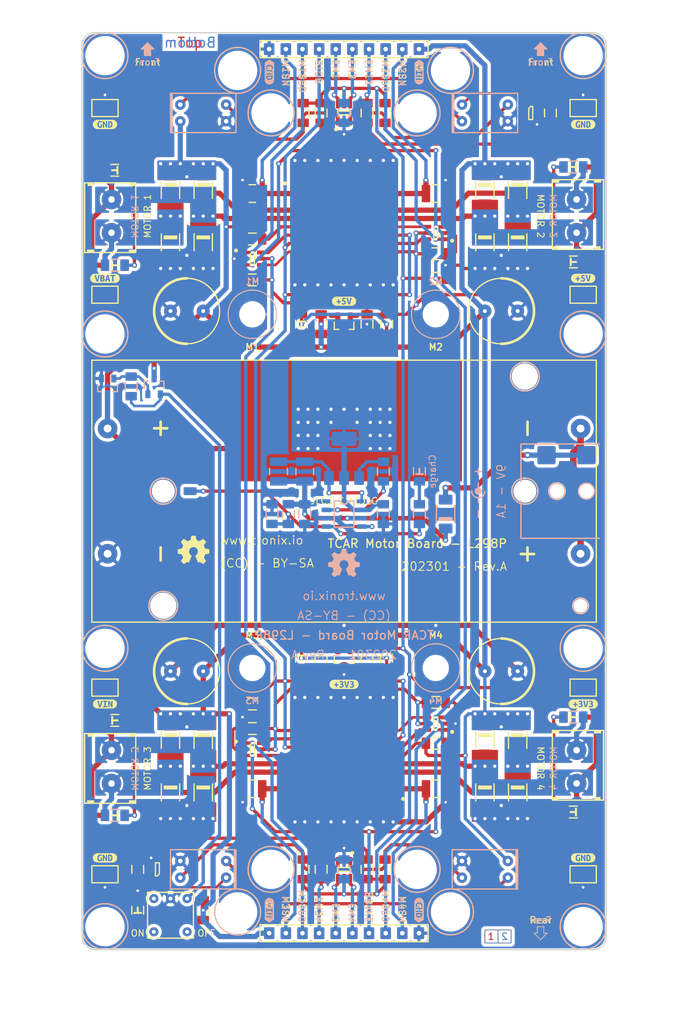
<source format=kicad_pcb>
(kicad_pcb (version 20240108) (generator "pcbnew") (generator_version "8.0")
  (title_block (title "TCAR Motor Board - L298P") (date "01/2023") (rev "A"))
  (layers (0 "F.Cu" signal) (31 "B.Cu" signal) (34 "B.Paste" user) (35 "F.Paste" user) (36 "B.SilkS" user "B.Silkscreen") (37 "F.SilkS" user "F.Silkscreen") (38 "B.Mask" user) (39 "F.Mask" user) (44 "Edge.Cuts" user))
  (net 0 "")
  (net 1 "GND")
  (net 2 "+VBAT")
  (net 3 "+VCC")
  (net 4 "+5V")
  (net 5 "Net-(BT100A--)")
  (net 6 "+3V3")
  (net 7 "Net-(D100-A)")
  (net 8 "/Drivers/M1+")
  (net 9 "/Drivers/M1-")
  (net 10 "/Drivers/M2+")
  (net 11 "/Drivers/M2-")
  (net 12 "ENCODER_M2")
  (net 13 "ENCODER_M3")
  (net 14 "/Drivers/M4+")
  (net 15 "/Drivers/M4-")
  (net 16 "/Drivers/M3+")
  (net 17 "/Drivers/M3-")
  (net 18 "/Drivers/M2_SENSE")
  (net 19 "ENCODER_M12")
  (net 20 "ENCODER_M34")
  (net 21 "ENCODER_M4")
  (net 22 "ENCODER_M1")
  (net 23 "/Drivers/M2_SPEED")
  (net 24 "/Drivers/STOP")
  (net 26 "/Drivers/M1_SPEED")
  (net 27 "/Drivers/M1_SENSE")
  (net 28 "/Drivers/M3_SENSE")
  (net 29 "/Drivers/M3_SPEED")
  (net 30 "/Drivers/BRAKE")
  (net 31 "/Drivers/M4_SPEED")
  (net 32 "/Drivers/M4_SENSE")
  (net 33 "Net-(LED100-A)")
  (net 34 "Net-(LED101-A)")
  (net 35 "Net-(LED201-A)")
  (net 36 "Net-(LED203-A)")
  (net 37 "Net-(LED205-A)")
  (net 38 "Net-(LED207-A)")
  (net 39 "Net-(LED209-A)")
  (net 40 "Net-(LED301-A)")
  (net 41 "Net-(Q100-S)")
  (net 42 "Net-(Q101-G)")
  (net 43 "Net-(Q102-B)")
  (net 44 "Net-(Q102-E)")
  (net 45 "Net-(U100-CC)")
  (net 46 "Net-(U100-TS)")
  (net 47 "Net-(U100-STAT)")
  (net 48 "Net-(IR301-COLLECTOR)")
  (net 49 "Net-(IR302-COLLECTOR)")
  (net 50 "Net-(IR303-COLLECTOR)")
  (net 51 "Net-(IR304-COLLECTOR)")
  (net 52 "Net-(Q301A-B)")
  (net 53 "Net-(Q302A-B)")
  (net 54 "Net-(Q301A-E)")
  (net 55 "Net-(Q302A-E)")
  (net 57 "Net-(U201-INPUT1)")
  (net 58 "Net-(U201-INPUT2)")
  (net 59 "Net-(U201-INPUT3)")
  (net 60 "Net-(U201-INPUT4)")
  (net 63 "Net-(U204-INPUT1)")
  (net 64 "Net-(U204-INPUT2)")
  (net 65 "Net-(U204-INPUT3)")
  (net 66 "Net-(U204-INPUT4)")
  (net 68 "Net-(IR301-CATHODE)")
  (net 69 "Net-(IR302-CATHODE)")
  (net 70 "Net-(IR303-CATHODE)")
  (net 71 "Net-(IR304-CATHODE)")
  (net 74 "+VIN")
  (footprint "tronixio:LED-SMD-1206" (layer "F.Cu") (at 124 50.5)
    (property "Reference" "LED204" (hide yes))
    (property "Value" "RED")
  )
  (footprint "tronixio:SOD-128" (layer "F.Cu") (at 110.5 146 -90)
    (property "Reference" "D214" (hide yes))
    (property "Value" "PMEG3030")
  )
  (footprint "tronixio:MOUNTING-HOLE-3MM-MASK" (layer "F.Cu") (at 125.5 33.5)
    (property "Reference" "H109" (hide yes))
    (property "Value" "MOUNTING-HOLE-3MM-MASK" (hide yes))
  )
  (footprint "tronixio:RESISTOR-SMD-1206" (layer "F.Cu") (at 95.5 74.5 -90)
    (property "Reference" "R211" (hide yes))
    (property "Value" "12k")
  )
  (footprint "tronixio:OSHW-5MM" (layer "F.Cu") (at 66 109)
    (property "Reference" "X101" (hide yes))
    (property "Value" "LOGO" (hide yes))
  )
  (footprint "tronixio:CAPACITOR-SMD-1206" (layer "F.Cu") (at 103 132.25)
    (property "Reference" "C210" (hide yes))
    (property "Value" "100n")
  )
  (footprint "tronixio:HARWIN-S1751" (layer "F.Cu") (at 125.5 130)
    (property "Reference" "TP301" (hide yes))
    (property "Value" "HARWIN-S1751")
  )
  (footprint "tronixio:LED-SMD-1206" (layer "F.Cu") (at 82.5 125.5 90)
    (property "Reference" "LED301" (hide yes))
    (property "Value" "+3V3")
  )
  (footprint "tronixio:RESISTOR-SMD-1206" (layer "F.Cu") (at 103 67.5)
    (property "Reference" "R201" (hide yes))
    (property "Value" "10k")
  )
  (footprint "tronixio:SOT-23-6" (layer "F.Cu") (at 103 60.585 180)
    (property "Reference" "U203" (hide yes))
    (property "Value" "74LVC1G19")
  )
  (footprint "tronixio:SC-70-6" (layer "F.Cu") (at 117.5 42.25)
    (property "Reference" "Q301" (hide yes))
    (property "Value" "BC846BS")
  )
  (footprint "tronixio:SOT-23-6" (layer "F.Cu") (at 103 135.5 180)
    (property "Reference" "U205" (hide yes))
    (property "Value" "74LVC1G19")
  )
  (footprint "tronixio:SOT-23-6" (layer "F.Cu") (at 75 139.415)
    (property "Reference" "U206" (hide yes))
    (property "Value" "74LVC1G19")
  )
  (footprint "tronixio:RESISTOR-SMD-1206" (layer "F.Cu") (at 120.5 42.25 -90)
    (property "Reference" "R307" (hide yes))
    (property "Value" "33Ω")
  )
  (footprint "tronixio:LED-SMD-1206" (layer "F.Cu") (at 124 134.5 180)
    (property "Reference" "LED205" (hide yes))
    (property "Value" "RED")
  )
  (footprint "tronixio:SOD-128" (layer "F.Cu") (at 67.5 146 -90)
    (property "Reference" "D215" (hide yes))
    (property "Value" "PMEG3030")
  )
  (footprint "tronixio:SOD-128" (layer "F.Cu") (at 67.5 54 -90)
    (property "Reference" "D202" (hide yes))
    (property "Value" "PMEG3030")
  )
  (footprint "tronixio:SOPOWER-20" (layer "F.Cu") (at 89 141 180)
    (property "Reference" "U204" (hide yes))
    (property "Value" "L298P")
  )
  (footprint "tronixio:RESISTOR-SMD-1210" (layer "F.Cu") (at 75 145.445 180)
    (property "Reference" "R210" (hide yes))
    (property "Value" "0Ω5")
  )
  (footprint "tronixio:RESISTOR-SMD-1206" (layer "F.Cu") (at 82.75 157.75 90)
    (property "Reference" "R304" (hide yes))
    (property "Value" "10k")
  )
  (footprint "tronixio:LED-SMD-1206" (layer "F.Cu") (at 54 51)
    (property "Reference" "LED201" (hide yes))
    (property "Value" "RED")
  )
  (footprint "tronixio:E-SWITCH-200USPXT1A1M6RE" (layer "F.Cu") (at 62.5 164.75 180)
    (property "Reference" "S100" (hide yes))
    (property "Value" "ON/OFF")
  )
  (footprint "tronixio:MOUNTING-HOLE-3MM-MASK" (layer "F.Cu") (at 72.75 164.25)
    (property "Reference" "H102" (hide yes))
    (property "Value" "MOUNTING-HOLE-3MM-MASK" (hide yes))
  )
  (footprint "tronixio:RESISTOR-SMD-1206" (layer "F.Cu") (at 92.5 42.25 -90)
    (property "Reference" "R305" (hide yes))
    (property "Value" "2k2")
  )
  (footprint "tronixio:MOUNTING-HOLE-3MM-MASK" (layer "F.Cu") (at 72.75 35.75)
    (property "Reference" "H113" (hide yes))
    (property "Value" "MOUNTING-HOLE-3MM-MASK" (hide yes))
  )
  (footprint "tronixio:KEYSTONE-1049" (layer "F.Cu") (at 89 100 90)
    (property "Reference" "BT100" (hide yes))
    (property "Value" "18650")
  )
  (footprint "tronixio:SOD-128" (layer "F.Cu") (at 115.5 138 -90)
    (property "Reference" "D209" (hide yes))
    (property "Value" "PMEG3030")
  )
  (footprint "tronixio:CUI-TB006-508-02BE" (layer "F.Cu") (at 124.5 60.54 90)
    (property "Reference" "K202" (hide yes))
    (property "Value" "MOTOR 2")
  )
  (footprint "tronixio:MOUNTING-HOLE-3MM-MASK" (layer "F.Cu") (at 52.5 166.5)
    (property "Reference" "H101" (hide yes))
    (property "Value" "MOUNTING-HOLE-3MM-MASK" (hide yes))
  )
  (footprint "tronixio:CUI-TB006-508-02BE" (layer "F.Cu") (at 124.5 144.64 90)
    (property "Reference" "K203" (hide yes))
    (property "Value" "MOTOR 3")
  )
  (footprint "tronixio:MOUNTING-HOLE-3MM-MASK" (layer "F.Cu") (at 125.5 124)
    (property "Reference" "H107" (hide yes))
    (property "Value" "MOUNTING-HOLE-3MM-MASK" (hide yes))
  )
  (footprint "tronixio:MOUNTING-HOLE-3MM-MASK" (layer "F.Cu") (at 105.25 164.25)
    (property "Reference" "H105" (hide yes))
    (property "Value" "MOUNTING-HOLE-3MM-MASK" (hide yes))
  )
  (footprint "tronixio:SOD-128" (layer "F.Cu") (at 115.5 62 -90)
    (property "Reference" "D208" (hide yes))
    (property "Value" "PMEG3030")
  )
  (footprint "tronixio:SOT-23-3" (layer "F.Cu") (at 89 74.5 -90)
    (property "Reference" "U207" (hide yes))
    (property "Value" "LM3480-50")
  )
  (footprint "tronixio:SOD-128" (layer "F.Cu") (at 62.5 138 -90)
    (property "Reference" "D212" (hide yes))
    (property "Value" "PMEG3030")
  )
  (footprint "tronixio:SOPOWER-20" (layer "F.Cu") (at 89 59)
    (property "Reference" "U201" (hide yes))
    (property "Value" "L298P")
  )
  (footprint "tronixio:CAPACITOR-SMD-1206" (layer "F.Cu") (at 85.5 125.5 -90)
    (property "Reference" "C305" (hide yes))
    (property "Value" "1µ")
  )
  (footprint "tronixio:HARWIN-S1751" (layer "F.Cu") (at 125.5 41.5)
    (property "Reference" "TP105" (hide yes))
    (property "Value" "HARWIN-S1751")
  )
  (footprint "kibuzzard-6289769F" (layer "F.Cu") (at 125.5 44)
    (property "Reference" "kibuzzard-6289769F" (hide yes))
    (property "Value" "G***" (hide yes))
  )
  (footprint "tronixio:LED-SMD-1206" (layer "F.Cu") (at 124 149)
    (property "Reference" "LED206" (hide yes))
    (property "Value" "RED")
  )
  (footprint "tronixio:CAPACITOR-ELECTROLYTIC-RADIAL-100-160-050-WURTH" (layer "F.Cu") (at 65 127.5 180)
    (property "Reference" "C207" (hide yes))
    (property "Value" "470µ")
  )
  (footprint "tronixio:CAPACITOR-SMD-1206" (layer "F.Cu") (at 92.5 157.75 90)
    (property "Reference" "C303" (hide yes))
    (property "Value" "100n")
  )
  (footprint "tronixio:MOUNTING-HOLE-3MM-MASK" (layer "F.Cu") (at 100.15 157.75)
    (property "Reference" "H104" (hide yes))
    (property "Value" "MOUNTING-HOLE-3MM-MASK" (hide yes))
  )
  (footprint "tronixio:HARWIN-S1751" (layer "F.Cu") (at 125.5 70)
    (property "Reference" "TP201" (hide yes))
    (property "Value" "HARWIN-S1751")
  )
  (footprint "tronixio:SOT-23-3" (layer "F.Cu") (at 89 125.5 -90)
    (property "Reference" "U303" (hide yes))
    (property "Value" "LM3480-33")
  )
  (footprint "tronixio:MOUNTING-HOLE-3.5MM" (layer "F.Cu") (at 103 73)
    (property "Reference" "H119" (hide yes))
    (property "Value" "MOUNTING-HOLE-3.5MM" (hide yes))
  )
  (footprint "tronixio:RESISTOR-SMD-1206" (layer "F.Cu") (at 85.5 157.75 90)
    (property "Reference" "R306" (hide yes))
    (property "Value" "2k2")
  )
  (footprint "kibuzzard-628977DB" (layer "F.Cu") (at 125.5 67.5)
    (property "Reference" "kibuzzard-628977DB" (hide yes))
    (property "Value" "G***" (hide yes))
  )
  (footprint "tronixio:RESISTOR-SMD-1210" (layer "F.Cu") (at 75 54.555 180)
    (property "Reference" "R204" (hide yes))
    (property "Value" "0Ω5")
  )
  (footprint "kibuzzard-62897505" (layer "F.Cu") (at 77.6 164 -90)
    (property "Reference" "kibuzzard-62897505" (hide yes))
    (property "Value" "G***" (hide yes))
  )
  (footprint "tronixio:CAPACITOR-SMD-1206" (layer "F.Cu") (at 75 67.75 180)
    (property "Reference" "C209" (hide yes))
    (property "Value" "100n")
  )
  (footprint "tronixio:CAPACITOR-ELECTROLYTIC-RADIAL-100-160-050-WURTH" (layer "F.Cu") (at 113 127.5)
    (property "Reference" "C208" (hide yes))
    (property "Value" "470µ")
  )
  (footprint "tronixio:CUI-TB006-508-02BE" (layer "F.Cu") (at 53.5 139.56 -90)
    (property "Reference" "K204" (hide yes))
    (property "Value" "MOTOR 4")
  )
  (footprint "tronixio:SOT-23-6" (layer "F.Cu") (at 89 157.75 -90)
    (property "Reference" "U302" (hide yes))
    (property "Value" "74LVC2G17")
  )
  (footprint "tronixio:LED-SMD-1206" (layer "F.Cu") (at 57.5 164 -90)
    (property "Reference" "LED101" (hide yes))
    (property "Value" "Power")
  )
  (footprint "tronixio:HARWIN-S1751" (layer "F.Cu") (at 52.5 130 180)
    (property "Reference" "TP101" (hide yes))
    (property "Value" "HARWIN-S1751")
  )
  (footprint "tronixio:SOD-128" (layer "F.Cu") (at 62.5 54 -90)
    (property "Reference" "D201" (hide yes))
    (property "Value" "PMEG3030")
  )
  (footprint "tronixio:SOT-23-6" (layer "F.Cu") (at 75 64.5)
    (property "Reference" "U202" (hide yes))
    (property "Value" "74LVC1G19")
  )
  (footprint "tronixio:MOUNTING-HOLE-3MM-MASK" (layer "F.Cu") (at 52.5 76)
    (property "Reference" "H115" (hide yes))
    (property "Value" "MOUNTING-HOLE-3MM-MASK" (hide yes))
  )
  (footprint "tronixio:MOUNTING-HOLE-3MM-MASK" (layer "F.Cu") (at 77.85 42.25)
    (property "Reference" "H112" (hide yes))
    (property "Value" "MOUNTING-HOLE-3MM-MASK" (hide yes))
  )
  (footprint "tronixio:HARWIN-S1751" (layer "F.Cu") (at 52.5 158.5)
    (property "Reference" "TP104" (hide yes))
    (property "Value" "HARWIN-S1751")
  )
  (footprint "tronixio:MOUNTING-HOLE-3MM-MASK" (layer "F.Cu") (at 100.15 42.25)
    (property "Reference" "H111" (hide yes))
    (property "Value" "MOUNTING-HOLE-3MM-MASK" (hide yes))
  )
  (footprint "tronixio:CAPACITOR-SMD-1206" (layer "F.Cu") (at 85.5 42.25 -90)
    (property "Reference" "C301" (hide yes))
    (property "Value" "100n")
  )
  (footprint "tronixio:MOUNTING-HOLE-3MM-MASK" (layer "F.Cu") (at 125.5 166.5)
    (property "Reference" "H106" (hide yes))
    (property "Value" "MOUNTING-HOLE-3MM-MASK" (hide yes))
  )
  (footprint "kibuzzard-6289769F" (layer "F.Cu") (at 52.5 156)
    (property "Reference" "kibuzzard-6289769F" (hide yes))
    (property "Value" "G***" (hide yes))
  )
  (footprint "tronixio:MOUNTING-HOLE-3MM-MASK" (layer "F.Cu") (at 77.85 157.75)
    (property "Reference" "H103" (hide yes))
    (property "Value" "MOUNTING-HOLE-3MM-MASK" (hide yes))
  )
  (footprint "kibuzzard-628977F0" (layer "F.Cu") (at 52.5 67.5)
    (property "Reference" "kibuzzard-628977F0" (hide yes))
    (property "Value" "G***" (hide yes))
  )
  (footprint "tronixio:LED-SMD-1206" (layer "F.Cu") (at 54 135 180)
    (property "Reference" "LED208" (hide yes))
    (property "Value" "RED")
  )
  (footprint "tronixio:RESISTOR-SMD-1210" (layer "F.Cu") (at 103 54.555)
    (property "Reference" "R205" (hide yes))
    (property "Value" "0Ω5")
  )
  (footprint "tronixio:LED-SMD-1206" (layer "F.Cu") (at 54 149.5)
    (property "Reference" "LED207" (hide yes))
    (property "Value" "RED")
  )
  (footprint "tronixio:RESISTOR-SMD-1206" (layer "F.Cu") (at 95.5 125.5 -90)
    (property "Reference" "R309" (hide yes))
    (property "Value" "6k8")
  )
  (footprint "tronixio:SOD-128" (layer "F.Cu") (at 115.5 146 -90)
    (property "Reference" "D213" (hide yes))
    (property "Value" "PMEG3030")
  )
  (footprint "tronixio:RESISTOR-SMD-1206" (layer "F.Cu") (at 82.75 42.25 -90)
    (property "Reference" "R301" (hide yes))
    (property "Value" "10k")
  )
  (footprint "tronixio:MOUNTING-HOLE-3MM-MASK" (layer "F.Cu") (at 125.5 76)
    (property "Reference" "H108" (hide yes))
    (property "Value" "MOUNTING-HOLE-3MM-MASK" (hide yes))
  )
  (footprint "tronixio:RESISTOR-SMD-1206" (layer "F.Cu") (at 57.5 157.75 -90)
    (property "Reference" "R308" (hide yes))
    (property "Value" "33Ω")
  )
  (footprint "kibuzzard-6289786A" (layer "F.Cu") (at 52.5 132.5)
    (property "Reference" "kibuzzard-6289786A" (hide yes))
    (property "Value" "G***" (hide yes))
  )
  (footprint "tronixio:SOD-128" (layer "F.Cu") (at 67.5 138 -90)
    (property "Reference" "D211" (hide yes))
    (property "Value" "PMEG3030")
  )
  (footprint "kibuzzard-64482FE5" (layer "F.Cu") (at 89 71)
    (property "Reference" "kibuzzard-64482FE5" (hide yes))
    (property "Value" "G***" (hide yes))
  )
  (footprint "tronixio:LED-SMD-1206" (layer "F.Cu") (at 82.5 74.5 90)
    (property "Reference" "LED209" (hide yes))
    (property "Value" "+5V")
  )
  (footprint "tronixio:RESISTOR-SMD-1210" (layer "F.Cu") (at 103 145.445)
    (property "Reference" "R209" (hide yes))
    (property "Value" "0Ω5")
  )
  (footprint "tronixio:MOUNTING-HOLE-3.5MM" (layer "F.Cu") (at 75 127)
    (property "Reference" "H117" (hide yes))
    (property "Value" "MOUNTING-HOLE-3.5MM" (hide yes))
  )
  (footprint "tronixio:RESISTOR-SMD-1206" (layer "F.Cu") (at 95.25 157.75 90)
    (property "Reference" "R302" (hide yes))
    (property "Value" "10k")
  )
  (footprint "tronixio:CAPACITOR-SMD-1206" (layer "F.Cu") (at 103 138.5)
    (property "Reference" "C206" (hide yes))
    (property "Value" "100n")
  )
  (footprint "tronixio:CAPACITOR-ELECTROLYTIC-RADIAL-100-160-050-WURTH" (layer "F.Cu") (at 65 72.5 180)
    (property "Reference" "C203" (hide yes))
    (property "Value" "470µ")
  )
  (footprint "tronixio:SOT-23-6" (layer "F.Cu") (at 89 42.25 90)
    (property "Reference" "U301" (hide yes))
    (property "Value" "74LVC2G17")
  )
  (footprint "tronixio:SOD-128" (layer "F.Cu") (at 115.5 54 -90)
    (property "Reference" "D204" (hide yes))
    (property "Value" "PMEG3030")
  )
  (footprint "tronixio:CAPACITOR-SMD-1206" (layer "F.Cu") (at 92.5 125.5 -90)
    (property "Reference" "C306" (hide yes))
    (property "Value" "1µ")
  )
  (footprint "tronixio:RESISTOR-SMD-1206" (layer "F.Cu") (at 75 132.5 180)
    (property "Reference" "R208" (hide yes))
    (property "Value" "10k")
  )
  (footprint "tronixio:HARWIN-M20-782104x" (layer "F.Cu") (at 77.57 167.5 90)
    (property "Reference" "K302" (hide yes))
    (property "Value" "REAR")
  )
  (footprint "tronixio:MOUNTING-HOLE-3MM-MASK" (layer "F.Cu") (at 105.25 35.75)
    (property "Reference" "H110" (hide yes))
    (property "Value" "MOUNTING-HOLE-3MM-MASK" (hide yes))
  )
  (footprint "tronixio:CAPACITOR-SMD-1206" (layer "F.Cu") (at 75 61.5 180)
    (property "Reference" "C202" (hide yes))
    (property "Value" "100n")
  )
  (footprint "tronixio:LED-SMD-1206" (layer "F.Cu") (at 124 65 180)
    (property "Reference" "LED203" (hide yes))
    (property "Value" "RED")
  )
  (footprint "tronixio:RESISTOR-SMD-1206" (layer "F.Cu") (at 95.25 42.25 -90)
    (property "Reference" "R303" (hide yes))
    (property "Value" "10k")
  )
  (footprint "kibuzzard-6289784D" (layer "F.Cu") (at 125.5 156)
    (property "Reference" "kibuzzard-6289784D" (hide yes))
    (property "Value" "G***" (hide yes))
  )
  (footprint "tronixio:CAPACITOR-SMD-1206" (layer "F.Cu") (at 103 63.75)
    (property "Reference" "C201" (hide yes))
    (property "Value" "100n")
  )
  (footprint "tronixio:SC-70-6" (layer "F.Cu") (at 60.5 157.75 180)
    (property "Reference" "Q302" (hide yes))
    (property "Value" "BC846BS")
  )
  (footprint "kibuzzard-62897881" (layer "F.Cu") (at 125.5 132.5)
    (property "Reference" "kibuzzard-62897881" (hide yes))
    (property "Value" "G***" (hide yes))
  )
  (footprint "tronixio:CAPACITOR-ELECTROLYTIC-RADIAL-100-160-050-WURTH" (layer "F.Cu") (at 113 72.5)
    (property "Reference" "C204" (hide yes))
    (property "Value" "470µ")
  )
  (footprint "tronixio:CAPACITOR-SMD-1206" (layer "F.Cu") (at 75 136.25 180)
    (property "Reference" "C205" (hide yes))
    (property "Value" "100n")
  )
  (footprint "tronixio:RESISTOR-SMD-1206" (layer "F.Cu") (at 67.5 164 90)
    (property "Reference" "R107" (hide yes))
    (property "Value" "15k")
  )
  (footprint "tronixio:HARWIN-S1751" (layer "F.Cu") (at 125.5 158.5)
    (property "Reference" "TP102" (hide yes))
    (property "Value" "HARWIN-S1751")
  )
  (footprint "tronixio:SOD-128" (layer "F.Cu") (at 62.5 62 -90)
    (property "Reference" "D205" (hide yes))
    (property "Value" "PMEG3030")
  )
  (footprint "kibuzzard-64482FBD" (layer "F.Cu") (at 89 129.5)
    (property "Reference" "kibuzzard-64482FBD" (hide yes))
    (property "Value" "G***" (hide yes))
  )
  (footprint "tronixio:SOD-128" (layer "F.Cu") (at 67.5 62 -90)
    (property "Reference" "D206" (hide yes))
    (property "Value" "PMEG3030")
  )
  (footprint "tronixio:SOD-128" (layer "F.Cu") (at 62.5 146 -90)
    (property "Reference" "D216" (hide yes))
    (property "Value" "PMEG3030")
  )
  (footprint "tronixio:MOUNTING-HOLE-3.5MM" (layer "F.Cu") (at 103 127)
    (property "Reference" "H118" (hide yes))
    (property "Value" "MOUNTING-HOLE-3.5MM" (hide yes))
  )
  (footprint "tronixio:SOD-128" (layer "F.Cu") (at 110.5 62 -90)
    (property "Reference" "D207" (hide yes))
    (property "Value" "PMEG3030")
  )
  (footprint "tronixio:HARWIN-S1751" (layer "F.Cu") (at 52.5 70)
    (property "Reference" "TP100" (hide yes))
    (property "Value" "HARWIN-S1751")
  )
  (footprint "tronixio:CAPACITOR-SMD-1206" (layer "F.Cu") (at 92.5 74.5 -90)
    (property "Reference" "C212" (hide yes))
    (property "Value" "1µ")
  )
  (footprint "tronixio:SOD-128" (layer "F.Cu") (at 110.5 54 -90)
    (property "Reference" "D203" (hide yes))
    (property "Value" "PMEG3030")
  )
  (footprint "kibuzzard-628974BE" (layer "F.Cu") (at 100.45 36 -90)
    (property "Reference" "kibuzzard-628974BE" (hide yes))
    (property "Value" "G***" (hide yes))
  )
  (footprint "tronixio:CUI-TB006-508-02BE" (layer "F.Cu") (at 53.5 55.46 -90)
    (property "Reference" "K201" (hide yes))
    (property "Value" "MOTOR 1")
  )
  (footprint "tronixio:MOUNTING-HOLE-3.5MM" (layer "F.Cu") (at 75 73)
    (property "Reference" "H120" (hide yes))
    (property "Value" "MOUNTING-HOLE-3.5MM" (hide yes))
  )
  (footprint "tronixio:HARWIN-M20-782104x" (layer "F.Cu") (at 100.43 32.5 -90)
    (property "Reference" "K301" (hide yes))
    (property "Value" "FRONT")
  )
  (footprint "tronixio:SOD-128" (layer "F.Cu") (at 110.5 138 -90)
    (property "Reference" "D210" (hide yes))
    (property "Value" "PMEG3030")
  )
  (footprint "kibuzzard-6289753B" (layer "F.Cu") (at 100.45 164 -90)
    (property "Reference" "kibuzzard-6289753B" (hide yes))
    (property "Value" "G***" (hide yes))
  )
  (footprint "tronixio:CAPACITOR-SMD-1206" (layer "F.Cu") (at 85.5 74.5 -90)
    (property "Reference" "C211" (hide yes))
    (property "Value" "1µ")
  )
  (footprint "kibuzzard-62897802" (layer "F.Cu") (at 52.5 44)
    (property "Reference" "kibuzzard-62897802" (hide yes))
    (property "Value" "G***" (hide yes))
  )
  (footprint "tronixio:MOUNTING-HOLE-3MM-MASK" (layer "F.Cu") (at 52.5 33.5)
    (property "Reference" "H114" (hide yes))
    (property "Value" "MOUNTING-HOLE-3MM-MASK" (hide yes))
  )
  (footprint "tronixio:LED-SMD-1206" (layer "F.Cu") (at 54 65.5 180)
    (property "Reference" "LED202" (hide yes))
    (property "Value" "RED")
  )
  (footprint "tronixio:MOUNTING-HOLE-3MM-MASK" (layer "F.Cu") (at 52.5 124)
    (property "Reference" "H116" (hide yes))
    (property "Value" "MOUNTING-HOLE-3MM-MASK" (hide yes))
  )
  (footprint "kibuzzard-62897416" (layer "F.Cu") (at 77.6 36 -90)
    (property "Reference" "kibuzzard-62897416" (hide yes))
    (property "Value" "G***" (hide yes))
  )
  (footprint "tronixio:HARWIN-S1751" (layer "F.Cu") (at 52.5 41.5)
    (property "Reference" "TP103" (hide yes))
    (property "Value" "HARWIN-S1751")
  )
  (footprint "tronixio:RESISTOR-SMD-1206" (layer "B.Cu") (at 56.5 84 90)
    (property "Reference" "R104" (hide yes))
    (property "Value" "1M")
  )
  (footprint "tronixio:SOT-23-3" (layer "B.Cu") (at 52.9 84 -90)
    (property "Reference" "Q100" (hide yes))
    (property "Value" "DMP2305U")
  )
  (footprint "tronixio:THERMISTOR-SMD" (layer "B.Cu") (at 61.5 100 180)
    (property "Reference" "TH100" (hide yes))
    (property "Value" "10k")
  )
  (footprint "tronixio:LED-SMD-1206" (layer "B.Cu") (at 100.5 97 -90)
    (property "Reference" "LED100" (hide yes))
    (property "Value" "Charge")
  )
  (footprint "tronixio:RESISTOR-SMD-1206" (layer "B.Cu") (at 124 134.5)
    (property "Reference" "R206" (hide yes))
    (property "Value" "10k")
  )
  (footprint "tronixio:SOT-223-3" (layer "B.Cu") (at 89 95 90)
    (property "Reference" "Q102" (hide yes))
    (property "Value" "STN790A")
  )
  (footprint "kibuzzard-628974BE" (layer "B.Cu") (at 100.45 36 -90)
    (property "Reference" "kibuzzard-628974BE" (hide yes))
    (property "Value" "G***" (hide yes))
  )
  (footprint "tronixio:OPB-610" (layer "B.Cu") (at 110.5 42.25)
    (property "Reference" "IR303" (hide yes))
    (property "Value" "OPB610")
  )
  (footprint "tronixio:RESISTOR-SMD-1206" (layer "B.Cu") (at 124 50.5 180)
    (property "Reference" "R203" (hide yes))
    (property "Value" "10k")
  )
  (footprint "tronixio:RESISTOR-SMD-1206" (layer "B.Cu") (at 78 103.5 90)
    (property "Reference" "R106" (hide yes))
    (property "Value" "36k")
  )
  (footprint "kibuzzard-6289753B" (layer "B.Cu") (at 100.45 164 -90)
    (property "Reference" "kibuzzard-6289753B" (hide yes))
    (property "Value" "G***" (hide yes))
  )
  (footprint "kibuzzard-62897416" (layer "B.Cu") (at 77.6 36 -90)
    (property "Reference" "kibuzzard-62897416" (hide yes))
    (property "Value" "G***" (hide yes))
  )
  (footprint "tronixio:RESISTOR-SMD-1206" (layer "B.Cu") (at 100.5 103.5 90)
    (property "Reference" "R105" (hide yes))
    (property "Value" "10k")
  )
  (footprint "kibuzzard-62897505" (layer "B.Cu") (at 77.6 164 -90)
    (property "Reference" "kibuzzard-62897505" (hide yes))
    (property "Value" "G***" (hide yes))
  )
  (footprint "tronixio:RESISTOR-SMD-1210" (layer "B.Cu") (at 79 97 90)
    (property "Reference" "R101" (hide yes))
    (property "Value" "0Ω1")
  )
  (footprint "tronixio:RESISTOR-SMD-1206" (layer "B.Cu") (at 80.5 103.5 -90)
    (property "Reference" "R103" (hide yes))
    (property "Value" "10k")
  )
  (footprint "tronixio:RESISTOR-SMD-1206" (layer "B.Cu") (at 54 149.5)
    (property "Reference" "R207" (hide yes))
    (property "Value" "10k")
  )
  (footprint "tronixio:CAPACITOR-SMD-1206" (layer "B.Cu") (at 89 157.75 90)
    (property "Reference" "C304" (hide yes))
    (property "Value" "1µ")
  )
  (footprint "tronixio:CAPACITOR-SMD-1206" (layer "B.Cu") (at 83 103.5 -90)
    (property "Reference" "C100" (hide yes))
    (property "Value" "100n")
  )
  (footprint "tronixio:SOT-23-3" (layer "B.Cu") (at 60 84 90)
    (property "Reference" "Q101" (hide yes))
    (property "Value" "DMP2305U")
  )
  (footprint "tronixio:CAPACITOR-SMD-1206" (layer "B.Cu") (at 89 42.25 -90)
    (property "Reference" "C302" (hide yes))
    (property "Value" "1µ")
  )
  (footprint "tronixio:RESISTOR-SMD-1206" (layer "B.Cu") (at 95 97 -90)
    (property "Reference" "R102" (hide yes))
    (property "Value" "1k")
  )
  (footprint "tronixio:OSHW-5MM" (layer "B.Cu") (at 89 111 180)
    (property "Reference" "X102" (hide yes))
    (property "Value" "LOGO" (hide yes))
  )
  (footprint "tronixio:OPB-610" (layer "B.Cu") (at 110.5 157.75 180)
    (property "Reference" "IR302" (hide yes))
    (property "Value" "OPB610")
  )
  (footprint "tronixio:OPB-610" (layer "B.Cu") (at 67.5 42.25)
    (property "Reference" "IR301" (hide yes))
    (property "Value" "OPB610")
  )
  (footprint "tronixio:RESISTOR-SMD-1210" (layer "B.Cu") (at 83 97 90)
    (property "Reference" "R100" (hide yes))
    (property "Value" "0Ω1")
  )
  (footprint "tronixio:CUI-PJ-002AH-SMT-TR" (layer "B.Cu") (at 131 100 -90)
    (property "Reference" "K100" (hide yes))
    (property "Value" "PJ-102H")
  )
  (footprint "tronixio:SOIC-08" (layer "B.Cu") (at 89 103.5 180)
    (property "Reference" "U100" (hide yes))
    (property "Value" "BQ2057W")
  )
  (footprint "tronixio:SOD-128" (layer "B.Cu") (at 104.5 103.5 90)
    (property "Reference" "D100" (hide yes))
    (property "Value" "PMEG3030")
  )
  (footprint "tronixio:RESISTOR-SMD-1206" (layer "B.Cu") (at 54 65.5 180)
    (property "Reference" "R202" (hide yes))
    (property "Value" "10k")
  )
  (footprint "tronixio:OPB-610" (layer "B.Cu") (at 67.5 157.75 180)
    (property "Reference" "IR304" (hide yes))
    (property "Value" "OPB610")
  )
  (footprint "tronixio:CAPACITOR-SMD-1206" (layer "B.Cu") (at 95 103.5 -90)
    (property "Reference" "C101" (hide yes))
    (property "Value" "1µ")
  )
  (gr_rect (start 110.5 167) (end 114.5 169) (stroke (width 0.1)) (fill none) (layer "F.Cu"))
  (gr_line (start 112.5 169) (end 112.5 167) (stroke (width 0.1)) (layer "F.Cu"))
  (gr_line (start 112.5 169) (end 112.5 167) (stroke (width 0.1)) (layer "B.Cu"))
  (gr_rect (start 110.5 167) (end 114.5 169) (stroke (width 0.1)) (fill none) (layer "B.Cu"))
  (gr_line (start 109.5 97.5) (end 109.5 96.5) (stroke (width 0.2)) (layer "B.SilkS"))
  (gr_poly (pts (xy 58 32.5) (xy 58.5 32.5) (xy 58.5 33.5) (xy 59.5 33.5) (xy 59.5 32.5) (xy 60 32.5) (xy 59 31.5)) (stroke (width 0.1)) (fill solid) (layer "B.SilkS"))
  (gr_circle (center 93.25 101.6) (end 93.5 101.6) (stroke (width 0.1)) (fill solid) (layer "B.SilkS"))
  (gr_line (start 109 97) (end 110 97) (stroke (width 0.2)) (layer "B.SilkS"))
  (gr_arc (start 110.5 100) (mid 109.5 101) (end 108.5 100) (stroke (width 0.2)) (layer "B.SilkS"))
  (gr_circle (center 109.5 100) (end 110 100) (stroke (width 0.1)) (fill solid) (layer "B.SilkS"))
  (gr_poly (pts (xy 120 167.5) (xy 119.5 167.5) (xy 119.5 166.5) (xy 118.5 166.5) (xy 118.5 167.5) (xy 118 167.5) (xy 119 168.5)) (stroke (width 0.1)) (fill none) (layer "B.SilkS"))
  (gr_poly (pts (xy 118 32.5) (xy 118.5 32.5) (xy 118.5 33.5) (xy 119.5 33.5) (xy 119.5 32.5) (xy 120 32.5) (xy 119 31.5)) (stroke (width 0.1)) (fill solid) (layer "B.SilkS"))
  (gr_line (start 109.5 99.5) (end 109.5 98.75) (stroke (width 0.2)) (layer "B.SilkS"))
  (gr_line (start 109.5 103) (end 109.5 104) (stroke (width 0.2)) (layer "B.SilkS"))
  (gr_line (start 109.5 101) (end 109.5 101.75) (stroke (width 0.2)) (layer "B.SilkS"))
  (gr_circle (center 72.5 138.25) (end 72.75 138.25) (stroke (width 0.1)) (fill solid) (layer "F.SilkS"))
  (gr_poly (pts (xy 118 167.5) (xy 118.5 167.5) (xy 118.5 166.5) (xy 119.5 166.5) (xy 119.5 167.5) (xy 120 167.5) (xy 119 168.5)) (stroke (width 0.1)) (fill none) (layer "F.SilkS"))
  (gr_circle (center 90.25 155.25) (end 90.5 155.25) (stroke (width 0.1)) (fill solid) (layer "F.SilkS"))
  (gr_circle (center 105.5 61.75) (end 105.75 61.75) (stroke (width 0.1)) (fill solid) (layer "F.SilkS"))
  (gr_circle (center 87.75 44.75) (end 88 44.75) (stroke (width 0.1)) (fill solid) (layer "F.SilkS"))
  (gr_poly (pts (xy 60 32.5) (xy 59.5 32.5) (xy 59.5 33.5) (xy 58.5 33.5) (xy 58.5 32.5) (xy 58 32.5) (xy 59 31.5)) (stroke (width 0.1)) (fill solid) (layer "F.SilkS"))
  (gr_poly (pts (xy 120 32.5) (xy 119.5 32.5) (xy 119.5 33.5) (xy 118.5 33.5) (xy 118.5 32.5) (xy 118 32.5) (xy 119 31.5)) (stroke (width 0.1)) (fill solid) (layer "F.SilkS"))
  (gr_circle (center 105.5 136.75) (end 105.75 136.75) (stroke (width 0.1)) (fill solid) (layer "F.SilkS"))
  (gr_circle (center 98 147) (end 98.25 147) (stroke (width 0.1)) (fill solid) (layer "F.SilkS"))
  (gr_circle (center 80 53) (end 80.25 53) (stroke (width 0.1)) (fill solid) (layer "F.SilkS"))
  (gr_circle (center 72.5 63.25) (end 72.75 63.25) (stroke (width 0.1)) (fill solid) (layer "F.SilkS"))
  (gr_line (start 129 168) (end 129 32) (stroke (width 0.2)) (layer "Edge.Cuts"))
  (gr_arc (start 51 170) (mid 49.585786 169.414214) (end 49 168) (stroke (width 0.2)) (layer "Edge.Cuts"))
  (gr_line (start 51 170) (end 127 170) (stroke (width 0.2)) (layer "Edge.Cuts"))
  (gr_line (start 127 30) (end 51 30) (stroke (width 0.2)) (layer "Edge.Cuts"))
  (gr_arc (start 127 30) (mid 128.414214 30.585786) (end 129 32) (stroke (width 0.2)) (layer "Edge.Cuts"))
  (gr_arc (start 49 32) (mid 49.585786 30.585786) (end 51 30) (stroke (width 0.2)) (layer "Edge.Cuts"))
  (gr_line (start 49 32) (end 49 168) (stroke (width 0.2)) (layer "Edge.Cuts"))
  (gr_arc (start 129 168) (mid 128.414214 169.414214) (end 127 170) (stroke (width 0.2)) (layer "Edge.Cuts"))
  (gr_text "Top" (at 65.5 31.5 0) (layer "F.Cu") (effects (font (size 1.5 1.5) (thickness 0.2))))
  (gr_text "1" (at 111.43 168 0) (layer "F.Cu") (effects (font (size 1 1))))
  (gr_text "2" (at 113.5 168 0) (layer "B.Cu") (effects (font (size 1 1)) (justify mirror)))
  (gr_text "Bottom" (at 65.5 31.5 0) (layer "B.Cu") (effects (font (size 1.5 1.5) (thickness 0.2)) (justify mirror)))
  (gr_text "M4SPD" (at 95.35 166 -270) (layer "B.SilkS") (effects (font (size 1 1)) (justify right mirror)))
  (gr_text "BRAKE" (at 92.8 166 -270) (layer "B.SilkS") (effects (font (size 1 1)) (justify right mirror)))
  (gr_text "M2SPD" (at 95.35 34 -270) (layer "B.SilkS") (effects (font (size 1 1)) (justify left mirror)))
  (gr_text "MOTOR 3" (at 57 142.34 270) (layer "B.SilkS") (effects (font (size 1 1)) (justify mirror)))
  (gr_text "M4" (at 103 132 0) (layer "B.SilkS") (effects (font (size 1 1) (thickness 0.2) (bold yes)) (justify mirror)))
  (gr_text "(CC) - BY-SA" (at 89 119 0) (layer "B.SilkS") (effects (font (size 1.3 1.3)) (justify mirror)))
  (gr_text "MOTOR 1" (at 57 58 270) (layer "B.SilkS") (effects (font (size 1 1)) (justify mirror)))
  (gr_text "EM1" (at 87.75 34 -270) (layer "B.SilkS") (effects (font (size 1 1)) (justify left mirror)))
  (gr_text "EM4" (at 90.25 166 -270) (layer "B.SilkS") (effects (font (size 1 1)) (justify right mirror)))
  (gr_text "EM3" (at 87.75 166 -270) (layer "B.SilkS") (effects (font (size 1 1)) (justify right mirror)))
  (gr_text "Front" (at 119 34.5 0) (layer "B.SilkS") (effects (font (size 1 1)) (justify mirror)))
  (gr_text "EM12" (at 92.8 34 -270) (layer "B.SilkS") (effects (font (size 1 1)) (justify left mirror)))
  (gr_text "M4SN" (at 97.9 166 -270) (layer "B.SilkS") (effects (font (size 1 1)) (justify right mirror)))
  (gr_text "EM2" (at 90.25 34 -270) (layer "B.SilkS") (effects (font (size 1 1)) (justify left mirror)))
  (gr_text "M1" (at 75 68 0) (layer "B.SilkS") (effects (font (size 1 1) (thickness 0.2) (bold yes)) (justify mirror)))
  (gr_text "M2SN" (at 97.9 34 -270) (layer "B.SilkS") (effects (font (size 1 1)) (justify left mirror)))
  (gr_text "202301 - Rev.A" (at 89 125 0) (layer "B.SilkS") (effects (font (size 1.3 1.3)) (justify mirror)))
  (gr_text "M3SN" (at 80.1 166 -270) (layer "B.SilkS") (effects (font (size 1 1)) (justify right mirror)))
  (gr_text "TCAR Motor Board - L298P" (at 89 122 0) (layer "B.SilkS") (effects (font (size 1.3 1.3) (thickness 0.2)) (justify mirror)))
  (gr_text "M2" (at 103 68 0) (layer "B.SilkS") (effects (font (size 1 1) (thickness 0.2) (bold yes)) (justify mirror)))
  (gr_text "www.tronix.io" (at 89 116 0) (layer "B.SilkS") (effects (font (size 1.3 1.3)) (justify mirror)))
  (gr_text "EM34" (at 85.2 166 -270) (layer "B.SilkS") (effects (font (size 1 1)) (justify right mirror)))
  (gr_text "Front" (at 59 34.5 0) (layer "B.SilkS") (effects (font (size 1 1)) (justify mirror)))
  (gr_text "M3SPD" (at 82.65 166 -270) (layer "B.SilkS") (effects (font (size 1 1)) (justify right mirror)))
  (gr_text "M1SPD" (at 82.65 34 -270) (layer "B.SilkS") (effects (font (size 1 1)) (justify left mirror)))
  (gr_text "STOP" (at 85.2 34 -270) (layer "B.SilkS") (effects (font (size 1 1)) (justify left mirror)))
  (gr_text "9V - 1A" (at 113 100 90) (layer "B.SilkS") (effects (font (size 1.3 1.3)) (justify mirror)))
  (gr_text "MOTOR 4" (at 121 142.34 90) (layer "B.SilkS") (effects (font (size 1 1)) (justify mirror)))
  (gr_text "M1SN" (at 80.1 34 -270) (layer "B.SilkS") (effects (font (size 1 1)) (justify left mirror)))
  (gr_text "Rear" (at 119 165.5 0) (layer "B.SilkS") (effects (font (size 1 1)) (justify mirror)))
  (gr_text "M3" (at 75 132 0) (layer "B.SilkS") (effects (font (size 1 1) (thickness 0.2) (bold yes)) (justify mirror)))
  (gr_text "MOTOR 2" (at 121 58 90) (layer "B.SilkS") (effects (font (size 1 1)) (justify mirror)))
  (gr_text "Charge" (at 102.5 97 90) (layer "B.SilkS") (effects (font (size 1 1)) (justify mirror)))
  (gr_text "M2" (at 103 78 0) (layer "F.SilkS") (effects (font (size 1 1) (thickness 0.2) (bold yes))))
  (gr_text "Rear" (at 119 165.5 0) (layer "F.SilkS") (effects (font (size 1 1))))
  (gr_text "Front" (at 119 34.5 0) (layer "F.SilkS") (effects (font (size 1 1))))
  (gr_text "TCAR Motor Board - L298P" (at 114 108 0) (layer "F.SilkS") (effects (font (size 1.3 1.3) (thickness 0.2)) (justify right)))
  (gr_text "STOP" (at 85.2 34 270) (layer "F.SilkS") (effects (font (size 1 1)) (justify left)))
  (gr_text "JLCJLCJLCJLC" (at 89 101.5 0) (layer "F.SilkS") (effects (font (size 1 1))))
  (gr_text "MOTOR 1" (at 59 58 90) (layer "F.SilkS") (effects (font (size 1 1))))
  (gr_text "ON" (at 57.5 167.5 0) (layer "F.SilkS") (effects (font (size 1 1))))
  (gr_text "M3SN" (at 80.1 166 270) (layer "F.SilkS") (effects (font (size 1 1)) (justify right)))
  (gr_text "www.tronix.io" (at 70 107.5 0) (layer "F.SilkS") (effects (font (size 1.3 1.3)) (justify left)))
  (gr_text "M1SPD" (at 82.65 34 270) (layer "F.SilkS") (effects (font (size 1 1)) (justify left)))
  (gr_text "MOTOR 4" (at 119 142.34 270) (layer "F.SilkS") (effects (font (size 1 1))))
  (gr_text "202301 - Rev.A" (at 114 111.5 0) (layer "F.SilkS") (effects (font (size 1.3 1.3)) (justify right)))
  (gr_text "EM1" (at 87.75 34 270) (layer "F.SilkS") (effects (font (size 1 1)) (justify left)))
  (gr_text "EM12" (at 92.8 34 270) (layer "F.SilkS") (effects (font (size 1 1)) (justify left)))
  (gr_text "M1" (at 75 78 0) (layer "F.SilkS") (effects (font (size 1 1) (thickness 0.2) (bold yes))))
  (gr_text "BRAKE" (at 92.8 166 270) (layer "F.SilkS") (effects (font (size 1 1)) (justify right)))
  (gr_text "M4" (at 103 122 0) (layer "F.SilkS") (effects (font (size 1 1) (thickness 0.2) (bold yes))))
  (gr_text "M2SN" (at 97.9 34 270) (layer "F.SilkS") (effects (font (size 1 1)) (justify left)))
  (gr_text "OFF" (at 68 167.5 0) (layer "F.SilkS") (effects (font (size 1 1))))
  (gr_text "M1SN" (at 80.1 34 270) (layer "F.SilkS") (effects (font (size 1 1)) (justify left)))
  (gr_text "MOTOR 3" (at 59 142.34 90) (layer "F.SilkS") (effects (font (size 1 1))))
  (gr_text "Front" (at 59 34.5 0) (layer "F.SilkS") (effects (font (size 1 1))))
  (gr_text "EM4" (at 90.25 166 270) (layer "F.SilkS") (effects (font (size 1 1)) (justify right)))
  (gr_text "M2SPD" (at 95.35 34 270) (layer "F.SilkS") (effects (font (size 1 1)) (justify left)))
  (gr_text "EM34" (at 85.2 166 270) (layer "F.SilkS") (effects (font (size 1 1)) (justify right)))
  (gr_text "M4SN" (at 97.9 166 270) (layer "F.SilkS") (effects (font (size 1 1)) (justify right)))
  (gr_text "(CC) - BY-SA" (at 70 111 0) (layer "F.SilkS") (effects (font (size 1.3 1.3)) (justify left)))
  (gr_text "M3" (at 75 122 0) (layer "F.SilkS") (effects (font (size 1 1) (thickness 0.2) (bold yes))))
  (gr_text "EM2" (at 90.25 34 270) (layer "F.SilkS") (effects (font (size 1 1)) (justify left)))
  (gr_text "M3SPD" (at 82.65 166 270) (layer "F.SilkS") (effects (font (size 1 1)) (justify right)))
  (gr_text "EM3" (at 87.75 166 270) (layer "F.SilkS") (effects (font (size 1 1)) (justify right)))
  (gr_text "M4SPD" (at 95.35 166 270) (layer "F.SilkS") (effects (font (size 1 1)) (justify right)))
  (gr_text "MOTOR 2" (at 119 58 270) (layer "F.SilkS") (effects (font (size 1 1))))
  (segment (start 73.5 132.5) (end 73.5 134.5) (width 0.5) (layer "F.Cu") (net 1))
  (segment (start 72.75 67.75) (end 72.25 67.25) (width 0.5) (layer "F.Cu") (net 1))
  (segment (start 105.75 132.25) (end 106 132.5) (width 0.5) (layer "F.Cu") (net 1))
  (segment (start 87.3 126.7) (end 87 127) (width 0.5) (layer "F.Cu") (net 1))
  (segment (start 120.5 43.75) (end 119.25 43.75) (width 0.5) (layer "F.Cu") (net 1))
  (segment (start 72.25 136.25) (end 73.5 136.25) (width 0.5) (layer "F.Cu") (net 1))
  (segment (start 106 63.5) (end 105.75 63.75) (width 0.5) (layer "F.Cu") (net 1))
  (segment (start 72.25 67.25) (end 72.25 64.5) (width 0.5) (layer "F.Cu") (net 1))
  (segment (start 89 126.7) (end 87.3 126.7) (width 0.5) (layer "F.Cu") (net 1))
  (segment (start 105.585 60.585) (end 106 61) (width 0.5) (layer "F.Cu") (net 1))
  (segment (start 72.415 139.415) (end 72 139) (width 0.5) (layer "F.Cu") (net 1))
  (segment (start 72 139) (end 72 136.5) (width 0.5) (layer "F.Cu") (net 1))
  (segment (start 104.5 63.75) (end 104.5 65.5) (width 0.5) (layer "F.Cu") (net 1))
  (segment (start 105.5 138.5) (end 106 138) (width 0.5) (layer "F.Cu") (net 1))
  (segment (start 90.7 126.7) (end 91 127) (width 0.5) (layer "F.Cu") (net 1))
  (segment (start 104.5 65.5) (end 106.75 65.5) (width 0.5) (layer "F.Cu") (net 1))
  (segment (start 119 44) (end 118.45 44) (width 0.5) (layer "F.Cu") (net 1))
  (segment (start 125.5 41.5) (end 125.5 39.5) (width 0.8) (layer "F.Cu") (net 1))
  (segment (start 101.5 150.5) (end 96.5 150.5) (width 0.8) (layer "F.Cu") (net 1))
  (segment (start 85.5 76) (end 87 76) (width 0.5) (layer "F.Cu") (net 1))
  (segment (start 73.5 61.5) (end 72.5 61.5) (width 0.5) (layer "F.Cu") (net 1))
  (segment (start 62.5 127.5) (end 69.5 120.5) (width 0.8) (layer "F.Cu") (net 1))
  (segment (start 82.5 76) (end 85.5 76) (width 0.5) (layer "F.Cu") (net 1))
  (segment (start 104.5 138.5) (end 105.5 138.5) (width 0.5) (layer "F.Cu") (net 1))
  (segment (start 69.5 120.5) (end 108.5 120.5) (width 0.8) (layer "F.Cu") (net 1))
  (segment (start 106 132.5) (end 106 135.5) (width 0.5) (layer "F.Cu") (net 1))
  (segment (start 89 75.7) (end 90.7 75.7) (width 0.5) (layer "F.Cu") (net 1))
  (segment (start 52.5 160.5) (end 52.5 158.5) (width 0.8) (layer "F.Cu") (net 1))
  (segment (start 92 154.5) (end 89 154.5) (width 0.5) (layer "F.Cu") (net 1))
  (segment (start 108.5 120.5) (end 115.5 127.5) (width 0.8) (layer "F.Cu") (net 1))
  (segment (start 101.5 150.5) (end 104.5 147.5) (width 0.8) (layer "F.Cu") (net 1))
  (segment (start 89 75.7) (end 87.3 75.7) (width 0.5) (layer "F.Cu") (net 1))
  (segment (start 82.5 127) (end 85.5 127) (width 0.5) (layer "F.Cu") (net 1))
  (segment (start 107.25 66) (end 109 66) (width 0.5) (layer "F.Cu") (net 1))
  (segment (start 119.25 43.75) (end 119 44) (width 0.5) (layer "F.Cu") (net 1))
  (segment (start 73.5 54.555) (end 73.5 52.5) (width 0.8) (layer "F.Cu") (net 1))
  (segment (start 73.5 136.25) (end 73.5 134.5) (width 0.5) (layer "F.Cu") (net 1))
  (segment (start 72 136.5) (end 72.25 136.25) (width 0.5) (layer "F.Cu") (net 1))
  (segment (start 104.3 60.585) (end 105.585 60.585) (width 0.5) (layer "F.Cu") (net 1))
  (segment (start 118.45 42.9) (end 118.45 44) (width 0.4) (layer "F.Cu") (net 1))
  (segment (start 106 138) (end 106 135.5) (width 0.5) (layer "F.Cu") (net 1))
  (segment (start 89 45.5) (end 86 45.5) (width 0.5) (layer "F.Cu") (net 1))
  (segment (start 72.5 61.5) (end 72.25 61.75) (width 0.5) (layer "F.Cu") (net 1))
  (segment (start 89 45.5) (end 89 43.55) (width 0.5) (layer "F.Cu") (net 1))
  (segment (start 125.5 160.5) (end 125.5 158.5) (width 0.8) (layer "F.Cu") (net 1))
  (segment (start 73.7 64.5) (end 72.25 64.5) (width 0.5) (layer "F.Cu") (net 1))
  (segment (start 57.5 159.25) (end 57.5 161) (width 0.8) (layer "F.Cu") (net 1))
  (segment (start 106 61) (end 106 63.5) (width 0.5) (layer "F.Cu") (net 1))
  (segment (start 73.5 67.75) (end 72.75 67.75) (width 0.5) (layer "F.Cu") (net 1))
  (segment (start 52.5 41.5) (end 52.5 39.5) (width 0.8) (layer "F.Cu") (net 1))
  (segment (start 72.25 61.75) (end 72.25 64.5) (width 0.5) (layer "F.Cu") (net 1))
  (segment (start 59.55 157.1) (end 59.55 156) (width 0.4) (layer "F.Cu") (net 1))
  (segment (start 92.5 76) (end 92.5 74.5) (width 0.5) (layer "F.Cu") (net 1))
  (segment (start 106.75 65.5) (end 107.25 66) (width 0.5) (layer "F.Cu") (net 1))
  (segment (start 85.5 45) (end 85.5 43.75) (width 0.5) (layer "F.Cu") (net 1))
  (segment (start 87.3 75.7) (end 87 76) (width 0.5) (layer "F.Cu") (net 1))
  (segment (start 92.5 155) (end 92 154.5) (width 0.5) (layer "F.Cu") (net 1))
  (segment (start 89 126.7) (end 89 128) (width 0.5) (layer "F.Cu") (net 1))
  (segment (start 89 156.45) (end 89 154.5) (width 0.5) (layer "F.Cu") (net 1))
  (segment (start 92.5 127) (end 91 127) (width 0.5) (layer "F.Cu") (net 1))
  (segment (start 104.5 132.25) (end 105.75 132.25) (width 0.5) (layer "F.Cu") (net 1))
  (segment (start 73.5 145.445) (end 73.5 147.5) (width 0.8) (layer "F.Cu") (net 1))
  (segment (start 85.5 127) (end 87 127) (width 0.5) (layer "F.Cu") (net 1))
  (segment (start 105.75 63.75) (end 104.5 63.75) (width 0.5) (layer "F.Cu") (net 1))
  (segment (start 57.5 162.5) (end 57.5 161) (width 0.8) (layer "F.Cu") (net 1))
  (segment (start 90.7 75.7) (end 91 76) (width 0.5) (layer "F.Cu") (net 1))
  (segment (start 104.3 135.5) (end 106 135.5) (width 0.5) (layer "F.Cu") (net 1))
  (segment (start 92.5 156.25) (end 92.5 155) (width 0.5) (layer "F.Cu") (net 1))
  (segment (start 89 126.7) (end 90.7 126.7) (width 0.5) (layer "F.Cu") (net 1))
  (segment (start 73.7 139.415) (end 72.415 139.415) (width 0.5) (layer "F.Cu") (net 1))
  (segment (start 92.5 76) (end 91 76) (width 0.5) (layer "F.Cu") (net 1))
  (segment (start 86 45.5) (end 85.5 45) (width 0.5) (layer "F.Cu") (net 1))
  (segment (start 104.5 145.445) (end 104.5 147.5) (width 0.8) (layer "F.Cu") (net 1))
  (segment (start 104.5 54.555) (end 104.5 52.5) (width 0.8) (layer "F.Cu") (net 1))
  (via (at 125.5 160.5) (size 0.8) (drill 0.4) (layers "F.Cu" "B.Cu") (net 1))
  (via (at 59.55 156) (size 0.8) (drill 0.4) (layers "F.Cu" "B.Cu") (net 1))
  (via (at 62.5 150) (size 1) (drill 0.5) (layers "F.Cu" "B.Cu") (net 1))
  (via (at 93 49.5) (size 1) (drill 0.5) (layers "F.Cu" "B.Cu") (net 1))
  (via (at 57.5 161) (size 0.8) (drill 0.4) (layers "F.Cu" "B.Cu") (net 1))
  (via (at 112 66) (size 1) (drill 0.5) (layers "F.Cu" "B.Cu") (net 1))
  (via (at 87 68.5) (size 1) (drill 0.5) (layers "F.Cu" "B.Cu") (net 1))
  (via (at 89 68.5) (size 1) (drill 0.5) (layers "F.Cu" "B.Cu") (net 1))
  (via (at 83 150.5) (size 1) (drill 0.5) (layers "F.Cu" "B.Cu") (net 1))
  (via (at 93 68.5) (size 1) (drill 0.5) (layers "F.Cu" "B.Cu") (net 1))
  (via (at 89 45.5) (size 0.8) (drill 0.4) (layers "F.Cu" "B.Cu") (net 1))
  (via (at 117 150) (size 1) (drill 0.5) (layers "F.Cu" "B.Cu") (net 1))
  (via (at 114 66) (size 1) (drill 0.5) (layers "F.Cu" "B.Cu") (net 1))
  (via (at 96.5 131.5) (size 1) (drill 0.5) (layers "F.Cu" "B.Cu") (net 1))
  (via (at 52.5 39.5) (size 0.8) (drill 0.4) (layers "F.Cu" "B.Cu") (net 1))
  (via (at 61 66) (size 1) (drill 0.5) (layers "F.Cu" "B.Cu") (net 1))
  (via (at 72.25 64.5) (size 0.8) (drill 0.4) (layers "F.Cu" "B.Cu") (net 1))
  (via (at 87 150.5) (size 1) (drill 0.5) (layers "F.Cu" "B.Cu") (net 1))
  (via (at 73.5 134.5) (size 0.8) (drill 0.4) (layers "F.Cu" "B.Cu") (net 1))
  (via (at 87 49.5) (size 1) (drill 0.5) (layers "F.Cu" "B.Cu") (net 1))
  (via (at 115.5 150) (size 1) (drill 0.5) (layers "F.Cu" "B.Cu") (net 1))
  (via (at 52.5 160.5) (size 0.8) (drill 0.4) (layers "F.Cu" "B.Cu") (net 1))
  (via (at 91 68.5) (size 1) (drill 0.5) (layers "F.Cu" "B.Cu") (net 1))
  (via (at 89 154.5) (size 0.8) (drill 0.4) (layers "F.Cu" "B.Cu") (net 1))
  (via (at 83 68.5) (size 1) (drill 0.5) (layers "F.Cu" "B.Cu") (net 1))
  (via (at 85 150.5) (size 1) (drill 0.5) (layers "F.Cu" "B.Cu") (net 1))
  (via (at 109 150) (size 1) (drill 0.5) (layers "F.Cu" "B.Cu") (net 1))
  (via (at 89 49.5) (size 1) (drill 0.5) (layers "F.Cu" "B.Cu") (net 1))
  (via (at 104.5 147.5) (size 0.8) (drill 0.4) (layers "F.Cu" "B.Cu") (net 1))
  (via (at 109 66) (size 1) (drill 0.5) (layers "F.Cu" "B.Cu") (net 1))
  (via (at 67.5 66) (size 1) (drill 0.5) (layers "F.Cu" "B.Cu") (net 1))
  (via (at 73.5 52.5) (size 0.8) (drill 0.4) (layers "F.Cu" "B.Cu") (net 1))
  (via (at 115.5 66) (size 1) (drill 0.5) (layers "F.Cu" "B.Cu") (net 1))
  (via (at 96.5 49.5) (size 1) (drill 0.5) (layers "F.Cu" "B.Cu") (net 1))
  (via (at 106 135.5) (size 0.8) (drill 0.4) (layers "F.Cu" "B.Cu") (net 1))
  (via (at 89 128) (size 0.8) (drill 0.4) (layers "F.Cu" "B.Cu") (net 1))
  (via (at 95 49.5) (size 1) (drill 0.5) (layers "F.Cu" "B.Cu") (net 1))
  (via (at 110.5 150) (size 1) (drill 0.5) (layers "F.Cu" "B.Cu") (net 1))
  (via (at 104.5 65.5) (size 0.8) (drill 0.4) (layers "F.Cu" "B.Cu") (net 1))
  (via (at 125.5 39.5) (size 0.8) (drill 0.4) (layers "F.Cu" "B.Cu") (net 1))
  (via (at 113 148) (size 1) (drill 0.5) (layers "F.Cu" "B.Cu") (net 1))
  (via (at 62.5 66) (size 1) (drill 0.5) (layers "F.Cu" "B.Cu") (net 1))
  (via (at 81.5 49.5) (size 1) (drill 0.5) (layers "F.Cu" "B.Cu") (net 1))
  (via (at 93 150.5) (size 1) (drill 0.5) (layers "F.Cu" "B.Cu") (net 1))
  (via (at 65 148) (size 1) (drill 0.5) (layers "F.Cu" "B.Cu") (net 1))
  (via (at 64 66) (size 1) (drill 0.5) (layers "F.Cu" "B.Cu") (net 1))
  (via (at 104.5 52.5) (size 0.8) (drill 0.4) (layers "F.Cu" "B.Cu") (net 1))
  (via (at 73.5 147.5) (size 0.8) (drill 0.4) (layers "F.Cu" "B.Cu") (net 1))
  (via (at 81.5 131.5) (size 1) (drill 0.5) (layers "F.Cu" "B.Cu") (net 1))
  (via (at 81.5 68.5) (size 1) (drill 0.5) (layers "F.Cu" "B.Cu") (net 1))
  (via (at 95 131.5) (size 1) (drill 0.5) (layers "F.Cu" "B.Cu") (net 1))
  (via (at 92.5 74.5) (size 0.8) (drill 0.4) (layers "F.Cu" "B.Cu") (net 1))
  (via (at 89 150.5) (size 1) (drill 0.5) (layers "F.Cu" "B.Cu") (net 1))
  (via (at 91 49.5) (size 1) (drill 0.5) (layers "F.Cu" "B.Cu") (net 1))
  (via (at 118.45 44) (size 0.8) (drill 0.4) (layers "F.Cu" "B.Cu") (net 1))
  (via (at 110.5 66) (size 1) (drill 0.5) (layers "F.Cu" "B.Cu") (net 1))
  (via (at 83 131.5) (size 1) (drill 0.5) (layers "F.Cu" "B.Cu") (net 1))
  (via (at 95 150.5) (size 1) (drill 0.5) (layers "F.Cu" "B.Cu") (net 1))
  (via (at 83 49.5) (size 1) (drill 0.5) (layers "F.Cu" "B.Cu") (net 1))
  (via (at 66 66) (size 1) (drill 0.5) (layers "F.Cu" "B.Cu") (net 1))
  (via (at 89 120.5) (size 1) (drill 0.5) (layers "F.Cu" "B.Cu") (net 1))
  (via (at 85 49.5) (size 1) (drill 0.5) (layers "F.Cu" "B.Cu") (net 1))
  (via (at 87 131.5) (size 1) (drill 0.5) (layers "F.Cu" "B.Cu") (net 1))
  (via (at 67.5 150) (size 1) (drill 0.5) (layers "F.Cu" "B.Cu") (net 1))
  (via (at 93 131.5) (size 1) (drill 0.5) (layers "F.Cu" "B.Cu") (net 1))
  (via (at 96.5 68.5) (size 1) (drill 0.5) (layers "F.Cu" "B.Cu") (net 1))
  (via (at 65 64) (size 1) (drill 0.5) (layers "F.Cu" "B.Cu") (net 1))
  (via (at 95 68.5) (size 1) (drill 0.5) (layers "F.Cu" "B.Cu") (net 1))
  (via (at 89 131.5) (size 1) (drill 0.5) (layers "F.Cu" "B.Cu") (net 1))
  (via (at 117 66) (size 1) (drill 0.5) (layers "F.Cu" "B.Cu") (net 1))
  (via (at 66 150) (size 1) (drill 0.5) (layers "F.Cu" "B.Cu") (net 1))
  (via (at 64 150) (size 1) (drill 0.5) (layers "F.Cu" "B.Cu") (net 1))
  (via (at 69 150) (size 1) (drill 0.5) (layers "F.Cu" "B.Cu") (net 1))
  (via (at 114 150) (size 1) (drill 0.5) (layers "F.Cu" "B.Cu") (net 1))
  (via (at 113 64) (size 1) (drill 0.5) (layers "F.Cu" "B.Cu") (net 1))
  (via (at 112 150) (size 1) (drill 0.5) (layers "F.Cu" "B.Cu") (net 1))
  (via (at 85 68.5) (size 1) (drill 0.5) (layers "F.Cu" "B.Cu") (net 1))
  (via (at 69 66) (size 1) (drill 0.5) (layers "F.Cu" "B.Cu") (net 1))
  (via (at 91 150.5) (size 1) (drill 0.5) (layers "F.Cu" "B.Cu") (net 1))
  (via (at 85 131.5) (size 1) (drill 0.5) (layers "F.Cu" "B.Cu") (net 1))
  (via (at 103 120.5) (size 1) (drill 0.5) (layers "F.Cu" "B.Cu") (net 1))
  (via (at 96.5 150.5) (size 1) (drill 0.5) (layers "F.Cu" "B.Cu") (net 1))
  (via (at 81.5 150.5) (size 1) (drill 0.5) (layers "F.Cu" "B.Cu") (net 1))
  (via (at 61 150) (size 1) (drill 0.5) (layers "F.Cu" "B.Cu") (net 1))
  (via (at 91 131.5) (size 1) (drill 0.5) (layers "F.Cu" "B.Cu") (net 1))
  (segment (start 89 156.25) (end 89 154.5) (width 0.5) (layer "B.Cu") (net 1))
  (segment (start 89 45.5) (end 89 43.75) (width 0.5) (layer "B.Cu") (net 1))
  (segment (start 57 72) (end 55 70) (width 0.8) (layer "F.Cu") (net 2))
  (segment (start 57 78) (end 57 72) (width 0.8) (layer "F.Cu") (net 2))
  (segment (start 82 93.5) (end 55.96 93.5) (width 0.8) (layer "F.Cu") (net 2))
  (segment (start 52.9 90.44) (end 52.9 82.1) (width 0.8) (layer "F.Cu") (net 2))
  (segment (start 52.9 82.1) (end 57 78) (width 0.8) (layer "F.Cu") (net 2))
  (segment (start 55 70) (end 52.5 70) (width 0.8) (layer "F.Cu") (net 2))
  (segment (start 55.96 93.5) (end 52.9 90.44) (width 0.8) (layer "F.Cu") (net 2))
  (via (at 82 89.5) (size 1) (drill 0.5) (layers "F.Cu" "B.Cu") (net 2))
  (via (at 94.5 87.5) (size 1) (drill 0.5) (layers "F.Cu" "B.Cu") (net 2))
  (via (at 89 87.5) (size 1) (drill 0.5) (layers "F.Cu" "B.Cu") (net 2))
  (via (at 87 89.5) (size 1) (drill 0.5) (layers "F.Cu" "B.Cu") (net 2))
  (via (at 82 93.5) (size 1) (drill 0.5) (layers "F.Cu" "B.Cu") (net 2))
  (via (at 93 91.5) (size 1) (drill 0.5) (layers "F.Cu" "B.Cu") (net 2))
  (via (at 82 91.5) (size 1) (drill 0.5) (layers "F.Cu" "B.Cu") (net 2))
  (via (at 85 93.5) (size 1) (drill 0.5) (layers "F.Cu" "B.Cu") (net 2))
  (via (at 94.5 93.5) (size 1) (drill 0.5) (layers "F.Cu" "B.Cu") (net 2))
  (via (at 83.5 89.5) (size 1) (drill 0.5) (layers "F.Cu" "B.Cu") (net 2))
  (via (at 94.5 89.5) (size 1) (drill 0.5) (layers "F.Cu" "B.Cu") (net 2))
  (via (at 82 87.5) (size 1) (drill 0.5) (layers "F.Cu" "B.Cu") (net 2))
  (via (at 87 87.5) (size 1) (drill 0.5) (layers "F.Cu" "B.Cu") (net 2))
  (via (at 96 89.5) (size 1) (drill 0.5) (layers "F.Cu" "B.Cu") (net 2))
  (via (at 91 89.5) (size 1) (drill 0.5) (layers "F.Cu" "B.Cu") (net 2))
  (via (at 83.5 91.5) (size 1) (drill 0.5) (layers "F.Cu" "B.Cu") (net 2))
  (via (at 96 87.5) (size 1) (drill 0.5) (layers "F.Cu" "B.Cu") (net 2))
  (via (at 96 93.5) (size 1) (drill 0.5) (layers "F.Cu" "B.Cu") (net 2))
  (via (at 85 87.5) (size 1) (drill 0.5) (layers "F.Cu" "B.Cu") (net 2))
  (via (at 94.5 91.5) (size 1) (drill 0.5) (layers "F.Cu" "B.Cu") (net 2))
  (via (at 91 87.5) (size 1) (drill 0.5) (layers "F.Cu" "B.Cu") (net 2))
  (via (at 83.5 87.5) (size 1) (drill 0.5) (layers "F.Cu" "B.Cu") (net 2))
  (via (at 93 93.5) (size 1) (drill 0.5) (layers "F.Cu" "B.Cu") (net 2))
  (via (at 85 91.5) (size 1) (drill 0.5) (layers "F.Cu" "B.Cu") (net 2))
  (via (at 83.5 93.5) (size 1) (drill 0.5) (layers "F.Cu" "B.Cu") (net 2))
  (via (at 96 91.5) (size 1) (drill 0.5) (layers "F.Cu" "B.Cu") (net 2))
  (via (at 93 87.5) (size 1) (drill 0.5) (layers "F.Cu" "B.Cu") (net 2))
  (via (at 85 89.5) (size 1) (drill 0.5) (layers "F.Cu" "B.Cu") (net 2))
  (via (at 93 89.5) (size 1) (drill 0.5) (layers "F.Cu" "B.Cu") (net 2))
  (segment (start 92.885 102.865) (end 93.75 102) (width 0.7) (layer "B.Cu") (net 2))
  (segment (start 52.9 90.44) (end 52.9 85.2) (width 0.8) (layer "B.Cu") (net 2))
  (segment (start 91.7 102.865) (end 90.365 102.865) (width 0.7) (layer "B.Cu") (net 2))
  (segment (start 93.75 102) (end 95 102) (width 0.7) (layer "B.Cu") (net 2))
  (segment (start 89 98.15) (end 89 91.85) (width 0.8) (layer "B.Cu") (net 2))
  (segment (start 89 101.5) (end 89 98.15) (width 0.7) (layer "B.Cu") (net 2))
  (segment (start 90.365 102.865) (end 89 101.5) (width 0.7) (layer "B.Cu") (net 2))
  (segment (start 91.7 102.865) (end 92.885 102.865) (width 0.7) (layer "B.Cu") (net 2))
  (segment (start 101.135 104.135) (end 104.5 107.5) (width 0.7) (layer "F.Cu") (net 3))
  (segment (start 83.635 104.135) (end 89.5 104.135) (width 0.7) (layer "F.Cu") (net 3))
  (segment (start 83 103.5) (end 83.635 104.135) (width 0.7) (layer "F.Cu") (net 3))
  (segment (start 89.5 104.135) (end 101.135 104.135) (width 0.7) (layer "F.Cu") (net 3))
  (via (at 104.5 107.5) (size 0.8) (drill 0.4) (layers "F.Cu" "B.Cu") (net 3))
  (via (at 83 103.5) (size 0.8) (drill 0.4) (layers "F.Cu" "B.Cu") (net 3))
  (via (at 89.5 104.135) (size 0.8) (drill 0.4) (layers "F.Cu" "B.Cu") (net 3))
  (segment (start 80.5 102) (end 83 102) (width 0.8) (layer "B.Cu") (net 3))
  (segment (start 79 98.5) (end 83 98.5) (width 0.8) (layer "B.Cu") (net 3))
  (segment (start 104.5 107.5) (end 104.5 105.7) (width 0.7) (layer "B.Cu") (net 3))
  (segment (start 83 102) (end 83 103.5) (width 0.7) (layer "B.Cu") (net 3))
  (segment (start 83 98.5) (end 83 102) (width 0.8) (layer "B.Cu") (net 3))
  (segment (start 84.905 101.595) (end 84.5 102) (width 0.7) (layer "B.Cu") (net 3))
  (segment (start 91.7 104.135) (end 89.5 104.135) (width 0.7) (layer "B.Cu") (net 3))
  (segment (start 84.5 102) (end 83 102) (width 0.7) (layer "B.Cu") (net 3))
  (segment (start 86.3 101.595) (end 84.905 101.595) (width 0.7) (layer "B.Cu") (net 3))
  (segment (start 76.5 67.75) (end 78 67.75) (width 0.5) (layer "F.Cu") (net 4))
  (segment (start 96.1 63.445) (end 99.695 63.445) (width 0.5) (layer "F.Cu") (net 4))
  (segment (start 101.5 132.25) (end 100.25 132.25) (width 0.5) (layer "F.Cu") (net 4))
  (segment (start 101.7 135.5) (end 100.25 135.5) (width 0.5) (layer "F.Cu") (net 4))
  (segment (start 76.3 139.415) (end 78.4995 139.415) (width 0.5) (layer "F.Cu") (net 4))
  (segment (start 91 73.3) (end 91.3 73) (width 0.5) (layer "F.Cu") (net 4))
  (segment (start 78.4995 139.415) (end 78.5 139.4155) (width 0.5) (layer "F.Cu") (net 4))
  (segment (start 99.695 63.445) (end 100 63.75) (width 0.5) (layer "F.Cu") (net 4))
  (segment (start 81.9 136.555) (end 78.805 136.555) (width 0.5) (layer "F.Cu") (net 4))
  (segment (start 98.5 73) (end 100 71.5) (width 0.5) (layer "F.Cu") (net 4))
  (segment (start 101.5 63.75) (end 100 63.75) (width 0.5) (layer "F.Cu") (net 4))
  (segment (start 100 71.5) (end 101.5 70) (width 0.5) (layer "F.Cu") (net 4))
  (segment (start 91.75 71.25) (end 92.5 72) (width 0.5) (layer "F.Cu") (net 4))
  (segment (start 98.25 130.25) (end 100.25 132.25) (width 0.5) (layer "F.Cu") (net 4))
  (segment (start 78 67.75) (end 78 69.5) (width 0.5) (layer "F.Cu") (net 4))
  (segment (start 92.5 72) (end 92.5 73) (width 0.5) (layer "F.Cu") (net 4))
  (segment (start 78.5 132.5) (end 80.75 130.25) (width 0.5) (layer "F.Cu") (net 4))
  (segment (start 98.5 73) (end 95.5 73) (width 0.5) (layer "F.Cu") (net 4))
  (segment (start 76.5 136.25) (end 78.5 136.25) (width 0.5) (layer "F.Cu") (net 4))
  (segment (start 101.7 60.585) (end 100.0005 60.585) (width 0.5) (layer "F.Cu") (net 4))
  (segment (start 91.3 73) (end 92.5 73) (width 0.5) (layer "F.Cu") (net 4))
  (segment (start 76.3 64.5) (end 78 64.5) (width 0.5) (layer "F.Cu") (net 4))
  (segment (start 89.95 73.3) (end 91 73.3) (width 0.5) (layer "F.Cu") (net 4))
  (segment (start 80.75 130.25) (end 98.25 130.25) (width 0.5) (layer "F.Cu") (net 4))
  (segment (start 79.75 71.25) (end 91.75 71.25) (width 0.5) (layer "F.Cu") (net 4))
  (segment (start 100.0005 60.585) (end 100 60.5845) (width 0.5) (layer "F.Cu") (net 4))
  (segment (start 78 69.5) (end 79.75 71.25) (width 0.5) (layer "F.Cu") (net 4))
  (segment (start 78.5 136.25) (end 78.5 132.5) (width 0.5) (layer "F.Cu") (net 4))
  (segment (start 78.805 136.555) (end 78.5 136.25) (width 0.5) (layer "F.Cu") (net 4))
  (segment (start 92.5 73) (end 95.5 73) (width 0.5) (layer "F.Cu") (net 4))
  (segment (start 125.5 70) (end 101.5 70) (width 0.5) (layer "F.Cu") (net 4))
  (via (at 100.25 132.25) (size 0.8) (drill 0.4) (layers "F.Cu" "B.Cu") (net 4))
  (via (at 78.5 139.4155) (size 0.8) (drill 0.4) (layers "F.Cu" "B.Cu") (net 4))
  (via (at 78 67.75) (size 0.8) (drill 0.4) (layers "F.Cu" "B.Cu") (net 4))
  (via (at 100 71.5) (size 0.8) (drill 0.4) (layers "F.Cu" "B.Cu") (net 4))
  (via (at 78 64.5) (size 0.8) (drill 0.4) (layers "F.Cu" "B.Cu") (net 4))
  (via (at 100.25 135.5) (size 0.8) (drill 0.4) (layers "F.Cu" "B.Cu") (net 4))
  (via (at 100 60.5845) (size 0.8) (drill 0.4) (layers "F.Cu" "B.Cu") (net 4))
  (via (at 78.5 136.25) (size 0.8) (drill 0.4) (layers "F.Cu" "B.Cu") (net 4))
  (via (at 100 63.75) (size 0.8) (drill 0.4) (layers "F.Cu" "B.Cu") (net 4))
  (segment (start 78 67.75) (end 78 64.5) (width 0.5) (layer "B.Cu") (net 4))
  (segment (start 100.25 135.5) (end 100.25 132.25) (width 0.5) (layer "B.Cu") (net 4))
  (segment (start 78.5 126) (end 74 121.5) (width 0.5) (layer "B.Cu") (net 4))
  (segment (start 78.5 139.4155) (end 78.5 136.25) (width 0.5) (layer "B.Cu") (net 4))
  (segment (start 100 71.5) (end 100 63.75) (width 0.5) (layer "B.Cu") (net 4))
  (segment (start 78 75.5) (end 78 67.75) (width 0.5) (layer "B.Cu") (net 4))
  (segment (start 74 121.5) (end 74 79.5) (width 0.5) (layer "B.Cu") (net 4))
  (segment (start 100 63.75) (end 100 60.5845) (width 0.5) (layer "B.Cu") (net 4))
  (segment (start 78.5 136.25) (end 78.5 126) (width 0.5) (layer "B.Cu") (net 4))
  (segment (start 74 79.5) (end 78 75.5) (width 0.5) (layer "B.Cu") (net 4))
  (segment (start 125.1 107) (end 125.1 109.56) (width 1) (layer "F.Cu") (net 5))
  (segment (start 124 94.1) (end 125.1 93) (width 1) (layer "F.Cu") (net 5))
  (segment (start 124 105.9) (end 124 94.1) (width 1) (layer "F.Cu") (net 5))
  (segment (start 125.1 93) (end 125.1 90.44) (width 1) (layer "F.Cu") (net 5))
  (segment (start 125.1 107) (end 124 105.9) (width 1) (layer "F.Cu") (net 5))
  (segment (start 85.5 39.5) (end 86.5 38.5) (width 0.5) (layer "F.Cu") (net 6))
  (segment (start 99 128) (end 101 130) (width 0.5) (layer "F.Cu") (net 6))
  (segment (start 89 38.5) (end 94.25 38.5) (width 0.5) (layer "F.Cu") (net 6))
  (segment (start 86.5 38.5) (end 89 38.5) (width 0.5) (layer "F.Cu") (net 6))
  (segment (start 90.7 124.3) (end 91 124) (width 0.5) (layer "F.Cu") (net 6))
  (segment (start 82.75 40.75) (end 85.5 40.75) (width 0.5) (layer "F.Cu") (net 6))
  (segment (start 94 161.5) (end 95.25 160.25) (width 0.5) (layer "F.Cu") (net 6))
  (segment (start 92.5 159.25) (end 95.25 159.25) (width 0.5) (layer "F.Cu") (net 6))
  (segment (start 95.5 124) (end 98 124) (width 0.5) (layer "F.Cu") (net 6))
  (segment (start 82.75 160.25) (end 84 161.5) (width 0.5) (layer "F.Cu") (net 6))
  (segment (start 91 124) (end 92.5 124) (width 0.5) (layer "F.Cu") (net 6))
  (segment (start 89.95 124.3) (end 90.7 124.3) (width 0.5) (layer "F.Cu") (net 6))
  (segment (start 95.5 124) (end 92.5 124) (width 0.5) (layer "F.Cu") (net 6))
  (segment (start 89 40.95) (end 89 38.5) (width 0.5) (layer "F.Cu") (net 6))
  (segment (start 94.25 38.5) (end 95.25 39.5) (width 0.5) (layer "F.Cu") (net 6))
  (segment (start 82.75 159.25) (end 82.75 160.25) (width 0.5) (layer "F.Cu") (net 6))
  (segment (start 95.25 160.25) (end 95.25 159.25) (width 0.5) (layer "F.Cu") (net 6))
  (segment (start 95.25 39.5) (end 95.25 40.75) (width 0.5) (layer "F.Cu") (net 6))
  (segment (start 84 161.5) (end 89 161.5) (width 0.5) (layer "F.Cu") (net 6))
  (segment (start 101.5 67.5) (end 98 67.5) (width 0.5) (layer "F.Cu") (net 6))
  (segment (start 85.5 40.75) (end 85.5 39.5) (width 0.5) (layer "F.Cu") (net 6))
  (segment (start 94 161.5) (end 89 161.5) (width 0.5) (layer "F.Cu") (net 6))
  (segment (start 89 161.5) (end 89 159.05) (width 0.5) (layer "F.Cu") (net 6))
  (segment (start 101 130) (end 125.5 130) (width 0.5) (layer "F.Cu") (net 6))
  (via (at 89 161.5) (size 0.8) (drill 0.4) (layers "F.Cu" "B.Cu") (net 6))
  (via (at 99 128) (size 0.8) (drill 0.4) (layers "F.Cu" "B.Cu") (net 6))
  (via (at 94 38.5) (size 0.8) (drill 0.4) (layers "F.Cu" "B.Cu") (net 6))
  (via (at 89 38.5) (size 0.8) (drill 0.4) (layers "F.Cu" "B.Cu") (net 6))
  (via (at 94 161.5) (size 0.8) (drill 0.4) (layers "F.Cu" "B.Cu") (net 6))
  (via (at 98 67.5) (size 0.8) (drill 0.4) (layers "F.Cu" "B.Cu") (net 6))
  (via (at 98 124) (size 0.8) (drill 0.4) (layers "F.Cu" "B.Cu") (net 6))
  (segment (start 89 161.5) (end 89 159.25) (width 0.5) (layer "B.Cu") (net 6))
  (segment (start 89 40.75) (end 89 38.5) (width 0.5) (layer "B.Cu") (net 6))
  (segment (start 99 125) (end 98 124) (width 0.5) (layer "B.Cu") (net 6))
  (segment (start 99 128) (end 99 125) (width 0.5) (layer "B.Cu") (net 6))
  (segment (start 94 45) (end 98 49) (width 0.5) (layer "B.Cu") (net 6))
  (segment (start 98 49) (end 98 124) (width 0.5) (layer "B.Cu") (net 6))
  (segment (start 99 150) (end 94 155) (width 0.5) (layer "B.Cu") (net 6))
  (segment (start 94 155) (end 94 161.5) (width 0.5) (layer "B.Cu") (net 6))
  (segment (start 99 128) (end 99 150) (width 0.5) (layer "B.Cu") (net 6))
  (segment (start 94 38.5) (end 94 45) (width 0.5) (layer "B.Cu") (net 6))
  (segment (start 109 99.5) (end 114 94.5) (width 0.8) (layer "F.Cu") (net 7))
  (segment (start 114 94.5) (end 117 94.5) (width 0.8) (layer "F.Cu") (net 7))
  (segment (start 104.5 99.5) (end 109 99.5) (width 0.8) (layer "F.Cu") (net 7))
  (via (at 104.5 99.5) (size 1) (drill 0.5) (layers "F.Cu" "B.Cu") (net 7))
  (via (at 117 94.5) (size 1) (drill 0.5) (layers "F.Cu" "B.Cu") (net 7))
  (segment (start 126 94.5) (end 119.9 94.5) (width 0.8) (layer "B.Cu") (net 7))
  (segment (start 104.5 101.3) (end 104.5 99.5) (width 0.8) (layer "B.Cu") (net 7))
  (segment (start 119.9 94.5) (end 117 94.5) (width 0.8) (layer "B.Cu") (net 7))
  (segment (start 72.595 57.095) (end 70 54.5) (width 0.8) (layer "F.Cu") (net 8))
  (segment (start 63 54.5) (end 62.5 55) (width 0.8) (layer "F.Cu") (net 8))
  (segment (start 62.5 55) (end 62.5 56.2) (width 0.8) (layer "F.Cu") (net 8))
  (segment (start 81.9 57.095) (end 72.595 57.095) (width 0.8) (layer "F.Cu") (net 8))
  (segment (start 70 54.5) (end 63 54.5) (width 0.8) (layer "F.Cu") (net 8))
  (via (at 61 58) (size 1) (drill 0.5) (layers "F.Cu" "B.Cu") (net 8))
  (via (at 62.5 58) (size 1) (drill 0.5) (layers "F.Cu" "B.Cu") (net 8))
  (via (at 64 58) (size 1) (drill 0.5) (layers "F.Cu" "B.Cu") (net 8))
  (segment (start 52.5 65.5) (end 52.5 64) (width 0.8) (layer "B.Cu") (net 8))
  (segment (start 53.5 60.54) (end 53.5 63) (width 0.8) (layer "B.Cu") (net 8))
  (segment (start 53.5 63) (end 52.5 64) (width 0.8) (layer "B.Cu") (net 8))
  (segment (start 52.5 51) (end 52.5 52.25) (width 0.8) (layer "F.Cu") (net 9))
  (segment (start 52.5 65.5) (end 51 65.5) (width 0.8) (layer "F.Cu") (net 9))
  (segment (start 52.5 52.25) (end 53.5 53.25) (width 0.8) (layer "F.Cu") (net 9))
  (segment (start 51 65.5) (end 50.5 65) (width 0.8) (layer "F.Cu") (net 9))
  (segment (start 70.73 58.365) (end 81.9 58.365) (width 0.8) (layer "F.Cu") (net 9))
  (segment (start 50.5 65) (end 50.5 58.46) (width 0.8) (layer "F.Cu") (net 9))
  (segment (start 70.365 58) (end 70.73 58.365) (width 0.8) (layer "F.Cu") (net 9))
  (segment (start 53.5 53.25) (end 53.5 55.46) (width 0.8) (layer "F.Cu") (net 9))
  (segment (start 69 58) (end 70.365 58) (width 0.8) (layer "F.Cu") (net 9))
  (segment (start 50.5 58.46) (end 53.5 55.46) (width 0.8) (layer "F.Cu") (net 9))
  (via (at 67.5 58) (size 1) (drill 0.5) (layers "F.Cu" "B.Cu") (net 9))
  (via (at 66 58) (size 1) (drill 0.5) (layers "F.Cu" "B.Cu") (net 9))
  (via (at 69 58) (size 1) (drill 0.5) (layers "F.Cu" "B.Cu") (net 9))
  (segment (start 125.5 63.75) (end 124.5 62.75) (width 0.8) (layer "F.Cu") (net 10))
  (segment (start 96.1 58.365) (end 107.135 58.365) (width 0.8) (layer "F.Cu") (net 10))
  (segment (start 127.0625 50.5) (end 125.5 50.5) (width 0.8) (layer "F.Cu") (net 10))
  (segment (start 107.135 58.365) (end 107.5 58) (width 0.8) (layer "F.Cu") (net 10))
  (segment (start 127.5 57.54) (end 127.5 50.9375) (width 0.8) (layer "F.Cu") (net 10))
  (segment (start 125.5 65) (end 125.5 63.75) (width 0.8) (layer "F.Cu") (net 10))
  (segment (start 124.5 60.54) (end 127.5 57.54) (width 0.8) (layer "F.Cu") (net 10))
  (segment (start 127.5 50.9375) (end 127.0625 50.5) (width 0.8) (layer "F.Cu") (net 10))
  (segment (start 124.5 62.75) (end 124.5 60.54) (width 0.8) (layer "F.Cu") (net 10))
  (segment (start 107.5 58) (end 109 58) (width 0.8) (layer "F.Cu") (net 10))
  (via (at 112 58) (size 1) (drill 0.5) (layers "F.Cu" "B.Cu") (net 10))
  (via (at 110.5 58) (size 1) (drill 0.5) (layers "F.Cu" "B.Cu") (net 10))
  (via (at 109 58) (size 1) (drill 0.5) (layers "F.Cu" "B.Cu") (net 10))
  (segment (start 115.5 55) (end 115.5 56.2) (width 0.8) (layer "F.Cu") (net 11))
  (segment (start 96.1 57.095) (end 105.405 57.095) (width 0.8) (layer "F.Cu") (net 11))
  (segment (start 105.405 57.095) (end 108 54.5) (width 0.8) (layer "F.Cu") (net 11))
  (segment (start 115 54.5) (end 115.5 55) (width 0.8) (layer "F.Cu") (net 11))
  (segment (start 108 54.5) (end 115 54.5) (width 0.8) (layer "F.Cu") (net 11))
  (via (at 115.5 58) (size 1) (drill 0.5) (layers "F.Cu" "B.Cu") (net 11))
  (via (at 117 58) (size 1) (drill 0.5) (layers "F.Cu" "B.Cu") (net 11))
  (via (at 114 58) (size 1) (drill 0.5) (layers "F.Cu" "B.Cu") (net 11))
  (segment (start 124.5 55.46) (end 124.5 53) (width 0.8) (layer "B.Cu") (net 11))
  (segment (start 124.5 53) (end 125.5 52) (width 0.8) (layer "B.Cu") (net 11))
  (segment (start 125.5 50.5) (end 125.5 52) (width 0.8) (layer "B.Cu") (net 11))
  (segment (start 89.95 40.05) (end 90.5 39.5) (width 0.5) (layer "F.Cu") (net 12))
  (segment (start 89.95 40.95) (end 89.95 40.05) (width 0.5) (layer "F.Cu") (net 12))
  (via (at 90.5 39.5) (size 0.8) (drill 0.4) (layers "F.Cu" "B.Cu") (net 12))
  (segment (start 90.27 32.5) (end 90.27 39.27) (width 0.5) (layer "B.Cu") (net 12))
  (segment (start 90.27 39.27) (end 90.5 39.5) (width 0.5) (layer "B.Cu") (net 12))
  (segment (start 88.05 159.95) (end 87.5 160.5) (width 0.5) (layer "F.Cu") (net 13))
  (segment (start 88.05 159.05) (end 88.05 159.95) (width 0.5) (layer "F.Cu") (net 13))
  (via (at 87.5 160.5) (size 0.8) (drill 0.4) (layers "F.Cu" "B.Cu") (net 13))
  (segment (start 87.73 167.5) (end 87.73 160.73) (width 0.5) (layer "B.Cu") (net 13))
  (segment (start 87.73 160.73) (end 87.5 160.5) (width 0.5) (layer "B.Cu") (net 13))
  (segment (start 115.5 145.5) (end 115.5 143.8) (width 0.8) (layer "F.Cu") (net 14))
  (segment (start 108.5 146) (end 115 146) (width 0.8) (layer "F.Cu") (net 14))
  (segment (start 115 146) (end 115.5 145.5) (width 0.8) (layer "F.Cu") (net 14))
  (segment (start 96.1 142.905) (end 105.405 142.905) (width 0.8) (layer "F.Cu") (net 14))
  (segment (start 105.405 142.905) (end 108.5 146) (width 0.8) (layer "F.Cu") (net 14))
  (via (at 115.5 142) (size 1) (drill 0.5) (layers "F.Cu" "B.Cu") (net 14))
  (via (at 114 142) (size 1) (drill 0.5) (layers "F.Cu" "B.Cu") (net 14))
  (via (at 117 142) (size 1) (drill 0.5) (layers "F.Cu" "B.Cu") (net 14))
  (segment (start 124.5 137) (end 125.5 136) (width 0.8) (layer "B.Cu") (net 14))
  (segment (start 125.5 134.5) (end 125.5 136) (width 0.8) (layer "B.Cu") (net 14))
  (segment (start 124.5 139.56) (end 124.5 137) (width 0.8) (layer "B.Cu") (net 14))
  (segment (start 127 134.5) (end 127.5 135) (width 0.8) (layer "F.Cu") (net 15))
  (segment (start 124.5 146.75) (end 124.5 144.64) (width 0.8) (layer "F.Cu") (net 15))
  (segment (start 125.5 149) (end 125.5 147.75) (width 0.8) (layer "F.Cu") (net 15))
  (segment (start 107.5 142) (end 109 142) (width 0.8) (layer "F.Cu") (net 15))
  (segment (start 127.5 135) (end 127.5 141.64) (width 0.8) (layer "F.Cu") (net 15))
  (segment (start 125.5 147.75) (end 124.5 146.75) (width 0.8) (layer "F.Cu") (net 15))
  (segment (start 96.1 141.635) (end 107.135 141.635) (width 0.8) (layer "F.Cu") (net 15))
  (segment (start 107.135 141.635) (end 107.5 142) (width 0.8) (layer "F.Cu") (net 15))
  (segment (start 127.5 141.64) (end 124.5 144.64) (width 0.8) (layer "F.Cu") (net 15))
  (segment (start 125.5 134.5) (end 127 134.5) (width 0.8) (layer "F.Cu") (net 15))
  (via (at 109 142) (size 1) (drill 0.5) (layers "F.Cu" "B.Cu") (net 15))
  (via (at 110.5 142) (size 1) (drill 0.5) (layers "F.Cu" "B.Cu") (net 15))
  (via (at 112 142) (size 1) (drill 0.5) (layers "F.Cu" "B.Cu") (net 15))
  (segment (start 53.5 139.56) (end 50.5 142.56) (width 0.8) (layer "F.Cu") (net 16))
  (segment (start 70.865 141.635) (end 70.5 142) (width 0.8) (layer "F.Cu") (net 16))
  (segment (start 81.9 141.635) (end 70.865 141.635) (width 0.8) (layer "F.Cu") (net 16))
  (segment (start 52.5 136.25) (end 53.5 137.25) (width 0.8) (layer "F.Cu") (net 16))
  (segment (start 51 149.5) (end 52.5 149.5) (width 0.8) (layer "F.Cu") (net 16))
  (segment (start 50.5 142.56) (end 50.5 149) (width 0.8) (layer "F.Cu") (net 16))
  (segment (start 50.5 149) (end 51 149.5) (width 0.8) (layer "F.Cu") (net 16))
  (segment (start 52.5 135) (end 52.5 136.25) (width 0.8) (layer "F.Cu") (net 16))
  (segment (start 70.5 142) (end 69 142) (width 0.8) (layer "F.Cu") (net 16))
  (segment (start 53.5 137.25) (end 53.5 139.56) (width 0.8) (layer "F.Cu") (net 16))
  (via (at 66 142) (size 1) (drill 0.5) (layers "F.Cu" "B.Cu") (net 16))
  (via (at 67.5 142) (size 1) (drill 0.5) (layers "F.Cu" "B.Cu") (net 16))
  (via (at 69 142) (size 1) (drill 0.5) (layers "F.Cu" "B.Cu") (net 16))
  (segment (start 72.345 142.905) (end 69.25 146) (width 0.8) (layer "F.Cu") (net 17))
  (segment (start 69.25 146) (end 63 146) (width 0.8) (layer "F.Cu") (net 17))
  (segment (start 81.9 142.905) (end 72.345 142.905) (width 0.8) (layer "F.Cu") (net 17))
  (segment (start 63 146) (end 62.5 145.5) (width 0.8) (layer "F.Cu") (net 17))
  (segment (start 62.5 145.5) (end 62.5 143.8) (width 0.8) (layer "F.Cu") (net 17))
  (via (at 62.5 142) (size 1) (drill 0.5) (layers "F.Cu" "B.Cu") (net 17))
  (via (at 61 142) (size 1) (drill 0.5) (layers "F.Cu" "B.Cu") (net 17))
  (via (at 64 142) (size 1) (drill 0.5) (layers "F.Cu" "B.Cu") (net 17))
  (segment (start 52.5 149.5) (end 52.5 148) (width 0.8) (layer "B.Cu") (net 17))
  (segment (start 53.5 147) (end 52.5 148) (width 0.8) (layer "B.Cu") (net 17))
  (segment (start 53.5 144.64) (end 53.5 147) (width 0.8) (layer "B.Cu") (net 17))
  (segment (start 101.5 54.555) (end 101.5 52.5) (width 0.8) (layer "F.Cu") (net 18))
  (segment (start 101.5 54.555) (end 96.1 54.555) (width 0.8) (layer "F.Cu") (net 18))
  (via (at 101.5 52.5) (size 0.8) (drill 0.4) (layers "F.Cu" "B.Cu") (net 18))
  (segment (start 97.89 34.11) (end 96.5 35.5) (width 0.5) (layer "B.Cu") (net 18))
  (segment (start 101.5 49.5) (end 101.5 52.5) (width 0.5) (layer "B.Cu") (net 18))
  (segment (start 97.89 32.5) (end 97.89 34.11) (width 0.5) (layer "B.Cu") (net 18))
  (segment (start 96.5 35.5) (end 96.5 44.5) (width 0.5) (layer "B.Cu") (net 18))
  (segment (start 96.5 44.5) (end 101.5 49.5) (width 0.5) (layer "B.Cu") (net 18))
  (segment (start 92.5 39.5) (end 92.5 40.75) (width 0.5) (layer "F.Cu") (net 19))
  (via (at 92.5 39.5) (size 0.8) (drill 0.4) (layers "F.Cu" "B.Cu") (net 19))
  (segment (start 92.81 32.5) (end 92.81 39.19) (width 0.5) (layer "B.Cu") (net 19))
  (segment (start 92.81 39.19) (end 92.5 39.5) (width 0.5) (layer "B.Cu") (net 19))
  (segment (start 85.5 159.25) (end 85.5 160.5) (width 0.5) (layer "F.Cu") (net 20))
  (via (at 85.5 160.5) (size 0.8) (drill 0.4) (layers "F.Cu" "B.Cu") (net 20))
  (segment (start 85.19 160.81) (end 85.5 160.5) (width 0.5) (layer "B.Cu") (net 20))
  (segment (start 85.19 167.5) (end 85.19 160.81) (width 0.5) (layer "B.Cu") (net 20))
  (segment (start 89.95 159.05) (end 89.95 159.95) (width 0.5) (layer "F.Cu") (net 21))
  (segment (start 89.95 159.95) (end 90.5 160.5) (width 0.5) (layer "F.Cu") (net 21))
  (via (at 90.5 160.5) (size 0.8) (drill 0.4) (layers "F.Cu" "B.Cu") (net 21))
  (segment (start 90.27 167.5) (end 90.27 160.73) (width 0.5) (layer "B.Cu") (net 21))
  (segment (start 90.27 160.73) (end 90.5 160.5) (width 0.5) (layer "B.Cu") (net 21))
  (segment (start 88.05 40.05) (end 87.5 39.5) (width 0.5) (layer "F.Cu") (net 22))
  (segment (start 88.05 40.95) (end 88.05 40.05) (width 0.5) (layer "F.Cu") (net 22))
  (via (at 87.5 39.5) (size 0.8) (drill 0.4) (layers "F.Cu" "B.Cu") (net 22))
  (segment (start 87.73 39.27) (end 87.5 39.5) (width 0.5) (layer "B.Cu") (net 22))
  (segment (start 87.73 32.5) (end 87.73 39.27) (width 0.5) (layer "B.Cu") (net 22))
  (segment (start 104.3 61.535) (end 103 61.535) (width 0.5) (layer "F.Cu") (net 23))
  (via (at 103 61.535) (size 0.8) (drill 0.4) (layers "F.Cu" "B.Cu") (net 23))
  (segment (start 95.35 44.85) (end 100 49.5) (width 0.5) (layer "B.Cu") (net 23))
  (segment (start 95.35 32.5) (end 95.35 44.85) (width 0.5) (layer "B.Cu") (net 23))
  (segment (start 100 58.535) (end 103 61.535) (width 0.5) (layer "B.Cu") (net 23))
  (segment (start 100 49.5) (end 100 58.535) (width 0.5) (layer "B.Cu") (net 23))
  (segment (start 81.9 62.175) (end 80.625 62.175) (width 0.5) (layer "F.Cu") (net 24))
  (segment (start 96.1 137.825) (end 97.425 137.825) (width 0.5) (layer "F.Cu") (net 24))
  (segment (start 81.9 139.095) (end 80 139.095) (width 0.5) (layer "F.Cu") (net 24))
  (segment (start 76.5 131) (end 76.5 132.5) (width 0.5) (layer "F.Cu") (net 24))
  (segment (start 80 129) (end 78.5 129) (width 0.5) (layer "F.Cu") (net 24))
  (segment (start 98 129) (end 80 129) (width 0.5) (layer "F.Cu") (net 24))
  (segment (start 78.5 129) (end 76.5 131) (width 0.5) (layer "F.Cu") (net 24))
  (segment (start 80.625 62.175) (end 80 62.8) (width 0.5) (layer "F.Cu") (net 24))
  (segment (start 96.1 60.905) (end 99 60.905) (width 0.5) (layer "F.Cu") (net 24))
  (segment (start 97.425 137.825) (end 98 137.25) (width 0.5) (layer "F.Cu") (net 24))
  (segment (start 80 70) (end 99 70) (width 0.5) (layer "F.Cu") (net 24))
  (via (at 99 60.905) (size 0.8) (drill 0.4) (layers "F.Cu" "B.Cu") (net 24))
  (via (at 98 137.25) (size 0.8) (drill 0.4) (layers "F.Cu" "B.Cu") (net 24))
  (via (at 80 129) (size 0.8) (drill 0.4) (layers "F.Cu" "B.Cu") (net 24))
  (via (at 80 62.8) (size 0.8) (drill 0.4) (layers "F.Cu" "B.Cu") (net 24))
  (via (at 80 70) (size 0.8) (drill 0.4) (layers "F.Cu" "B.Cu") (net 24))
  (via (at 98 129) (size 0.8) (drill 0.4) (layers "F.Cu" "B.Cu") (net 24))
  (via (at 80 139.095) (size 0.8) (drill 0.4) (layers "F.Cu" "B.Cu") (net 24))
  (via (at 99 70) (size 0.8) (drill 0.4) (layers "F.Cu" "B.Cu") (net 24))
  (segment (start 80 129) (end 80 125.5) (width 0.5) (layer "B.Cu") (net 24))
  (segment (start 75.5 80) (end 80 75.5) (width 0.5) (layer "B.Cu") (net 24))
  (segment (start 99 70) (end 99 60.905) (width 0.5) (layer "B.Cu") (net 24))
  (segment (start 98 137.25) (end 98 129) (width 0.5) (layer "B.Cu") (net 24))
  (segment (start 80 49) (end 80 70) (width 0.5) (layer "B.Cu") (net 24))
  (segment (start 80 75.5) (end 80 70) (width 0.5) (layer "B.Cu") (net 24))
  (segment (start 80 139.095) (end 80 129) (width 0.5) (layer "B.Cu") (net 24))
  (segment (start 75.5 121) (end 75.5 80) (width 0.5) (layer "B.Cu") (net 24))
  (segment (start 85.19 32.5) (end 85.19 43.81) (width 0.5) (layer "B.Cu") (net 24))
  (segment (start 85.19 43.81) (end 80 49) (width 0.5) (layer "B.Cu") (net 24))
  (segment (start 80 125.5) (end 75.5 121) (width 0.5) (layer "B.Cu") (net 24))
  (segment (start 73.7 63.55) (end 75 63.55) (width 0.5) (layer "F.Cu") (net 26))
  (via (at 75 63.55) (size 0.8) (drill 0.4) (layers "F.Cu" "B.Cu") (net 26))
  (segment (start 78 60.55) (end 75 63.55) (width 0.5) (layer "B.Cu") (net 26))
  (segment (start 82.65 32.5) (end 82.65 44.85) (width 0.5) (layer "B.Cu") (net 26))
  (segment (start 82.65 44.85) (end 78 49.5) (width 0.5) (layer "B.Cu") (net 26))
  (segment (start 78 49.5) (end 78 60.55) (width 0.5) (layer "B.Cu") (net 26))
  (segment (start 81.9 54.555) (end 76.5 54.555) (width 0.8) (layer "F.Cu") (net 27))
  (segment (start 76.5 52.5) (end 76.5 54.555) (width 0.8) (layer "F.Cu") (net 27))
  (via (at 76.5 52.5) (size 0.8) (drill 0.4) (layers "F.Cu" "B.Cu") (net 27))
  (segment (start 80.11 34.11) (end 81.5 35.5) (width 0.5) (layer "B.Cu") (net 27))
  (segment (start 81.5 44.5) (end 76.5 49.5) (width 0.5) (layer "B.Cu") (net 27))
  (segment (start 81.5 35.5) (end 81.5 44.5) (width 0.5) (layer "B.Cu") (net 27))
  (segment (start 76.5 49.5) (end 76.5 52.5) (width 0.5) (layer "B.Cu") (net 27))
  (segment (start 80.11 32.5) (end 80.11 34.11) (width 0.5) (layer "B.Cu") (net 27))
  (segment (start 81.9 145.445) (end 76.5 145.445) (width 0.8) (layer "F.Cu") (net 28))
  (segment (start 76.5 147.5) (end 76.5 145.445) (width 0.8) (layer "F.Cu") (net 28))
  (via (at 76.5 147.5) (size 0.8) (drill 0.4) (layers "F.Cu" "B.Cu") (net 28))
  (segment (start 80.11 165.89) (end 80.11 167.5) (width 0.5) (layer "B.Cu") (net 28))
  (segment (start 76.5 147.5) (end 76.5 150.5) (width 0.5) (layer "B.Cu") (net 28))
  (segment (start 81.5 155.5) (end 81.5 164.5) (width 0.5) (layer "B.Cu") (net 28))
  (segment (start 81.5 164.5) (end 80.11 165.89) (width 0.5) (layer "B.Cu") (net 28))
  (segment (start 76.5 150.5) (end 81.5 155.5) (width 0.5) (layer "B.Cu") (net 28))
  (segment (start 73.7 138.465) (end 75 138.465) (width 0.5) (layer "F.Cu") (net 29))
  (via (at 75 138.465) (size 0.8) (drill 0.4) (layers "F.Cu" "B.Cu") (net 29))
  (segment (start 82.65 154.9) (end 78 150.25) (width 0.5) (layer "B.Cu") (net 29))
  (segment (start 82.65 167.5) (end 82.65 154.9) (width 0.5) (layer "B.Cu") (net 29))
  (segment (start 78 141.465) (end 75 138.465) (width 0.5) (layer "B.Cu") (net 29))
  (segment (start 78 150.25) (end 78 141.465) (width 0.5) (layer "B.Cu") (net 29))
  (segment (start 104.3 59.635) (end 103 59.635) (width 0.5) (layer "F.Cu") (net 30))
  (segment (start 73.7 140.365) (end 75 140.365) (width 0.5) (layer "F.Cu") (net 30))
  (segment (start 103 48) (end 81 48) (width 0.5) (layer "F.Cu") (net 30))
  (segment (start 104.5 67.5) (end 103 67.5) (width 0.5) (layer "F.Cu") (net 30))
  (segment (start 81 48) (end 79 50) (width 0.5) (layer "F.Cu") (net 30))
  (segment (start 75 148.5) (end 78.5 152) (width 0.5) (layer "F.Cu") (net 30))
  (segment (start 104.3 134.55) (end 103 134.55) (width 0.5) (layer "F.Cu") (net 30))
  (segment (start 73.7 65.45) (end 75 65.45) (width 0.5) (layer "F.Cu") (net 30))
  (segment (start 78.5 152) (end 103 152) (width 0.5) (layer "F.Cu") (net 30))
  (via (at 92.81 152) (size 0.8) (drill 0.4) (layers "F.Cu" "B.Cu") (net 30))
  (via (at 79 50) (size 0.8) (drill 0.4) (layers "F.Cu" "B.Cu") (net 30))
  (via (at 103 59.635) (size 0.8) (drill 0.4) (layers "F.Cu" "B.Cu") (net 30))
  (via (at 75 148.5) (size 0.8) (drill 0.4) (layers "F.Cu" "B.Cu") (net 30))
  (via (at 103 152) (size 0.8) (drill 0.4) (layers "F.Cu" "B.Cu") (net 30))
  (via (at 75 140.365) (size 0.8) (drill 0.4) (layers "F.Cu" "B.Cu") (net 30))
  (via (at 103 67.5) (size 0.8) (drill 0.4) (layers "F.Cu" "B.Cu") (net 30))
  (via (at 103 48) (size 0.8) (drill 0.4) (layers "F.Cu" "B.Cu") (net 30))
  (via (at 103 134.55) (size 0.8) (drill 0.4) (layers "F.Cu" "B.Cu") (net 30))
  (via (at 75 65.45) (size 0.8) (drill 0.4) (layers "F.Cu" "B.Cu") (net 30))
  (segment (start 103 67.5) (end 103 65) (width 0.5) (layer "B.Cu") (net 30))
  (segment (start 103 134.55) (end 107.5 130.05) (width 0.5) (layer "B.Cu") (net 30))
  (segment (start 79 61.45) (end 79 50) (width 0.5) (layer "B.Cu") (net 30))
  (segment (start 104 137.5) (end 104 135.55) (width 0.5) (layer "B.Cu") (net 30))
  (segment (start 107.5 130.05) (end 107.5 72) (width 0.5) (layer "B.Cu") (net 30))
  (segment (start 75 140.365) (end 75 148.5) (width 0.5) (layer "B.Cu") (net 30))
  (segment (start 92.81 167.5) (end 92.81 152) (width 0.5) (layer "B.Cu") (net 30))
  (segment (start 75 65.45) (end 79 61.45) (width 0.5) (layer "B.Cu") (net 30))
  (segment (start 104 135.55) (end 103 134.55) (width 0.5) (layer "B.Cu") (net 30))
  (segment (start 104 64) (end 104 60.635) (width 0.5) (layer "B.Cu") (net 30))
  (segment (start 103 152) (end 103 138.5) (width 0.5) (layer "B.Cu") (net 30))
  (segment (start 103 138.5) (end 104 137.5) (width 0.5) (layer "B.Cu") (net 30))
  (segment (start 107.5 72) (end 103 67.5) (width 0.5) (layer "B.Cu") (net 30))
  (segment (start 104 60.635) (end 103 59.635) (width 0.5) (layer "B.Cu") (net 30))
  (segment (start 103 65) (end 104 64) (width 0.5) (layer "B.Cu") (net 30))
  (segment (start 103 59.635) (end 103 48) (width 0.5) (layer "B.Cu") (net 30))
  (segment (start 104.3 136.45) (end 103 136.45) (width 0.5) (layer "F.Cu") (net 31))
  (via (at 103 136.45) (size 0.8) (drill 0.4) (layers "F.Cu" "B.Cu") (net 31))
  (segment (start 100 150.5) (end 100 139.45) (width 0.5) (layer "B.Cu") (net 31))
  (segment (start 95.35 167.5) (end 95.35 155.15) (width 0.5) (layer "B.Cu") (net 31))
  (segment (start 100 139.45) (end 103 136.45) (width 0.5) (layer "B.Cu") (net 31))
  (segment (start 95.35 155.15) (end 100 150.5) (width 0.5) (layer "B.Cu") (net 31))
  (segment (start 101.5 147.5) (end 101.5 145.445) (width 0.8) (layer "F.Cu") (net 32))
  (segment (start 96.1 145.445) (end 101.5 145.445) (width 0.8) (layer "F.Cu") (net 32))
  (via (at 101.5 147.5) (size 0.8) (drill 0.4) (layers "F.Cu" "B.Cu") (net 32))
  (segment (start 97.89 165.89) (end 96.5 164.5) (width 0.5) (layer "B.Cu") (net 32))
  (segment (start 101.5 150.334619) (end 101.5 147.5) (width 0.5) (layer "B.Cu") (net 32))
  (segment (start 97.89 167.5) (end 97.89 165.89) (width 0.5) (layer "B.Cu") (net 32))
  (segment (start 96.5 155.334619) (end 101.5 150.334619) (width 0.5) (layer "B.Cu") (net 32))
  (segment (start 96.5 164.5) (end 96.5 155.334619) (width 0.5) (layer "B.Cu") (net 32))
  (segment (start 100.5 102) (end 100.5 98.5) (width 0.5) (layer "B.Cu") (net 33))
  (segment (start 57.5 165.5) (end 67.5 165.5) (width 0.5) (layer "F.Cu") (net 34))
  (segment (start 56.5 51) (end 55.5 51) (width 0.5) (layer "F.Cu") (net 35))
  (segment (start 57 51.5) (end 56.5 51) (width 0.5) (layer "F.Cu") (net 35))
  (segment (start 55.5 65.5) (end 57 65.5) (width 0.4) (layer "F.Cu") (net 35))
  (segment (start 57 65.5) (end 57 51.5) (width 0.5) (layer "F.Cu") (net 35))
  (via (at 57 65.5) (size 0.8) (drill 0.4) (layers "F.Cu" "B.Cu") (net 35))
  (segment (start 57 65.5) (end 55.5 65.5) (width 0.5) (layer "B.Cu") (net 35))
  (segment (start 121.5 65) (end 122.5 65) (width 0.5) (layer "F.Cu") (net 36))
  (segment (start 121 50.5) (end 121 64.5) (width 0.5) (layer "F.Cu") (net 36))
  (segment (start 121 64.5) (end 121.5 65) (width 0.5) (layer "F.Cu") (net 36))
  (segment (start 122.5 50.5) (end 121 50.5) (width 0.5) (layer "F.Cu") (net 36))
  (via (at 121 50.5) (size 0.8) (drill 0.4) (layers "F.Cu" "B.Cu") (net 36))
  (segment (start 121 50.5) (end 122.5 50.5) (width 0.4) (layer "B.Cu") (net 36))
  (segment (start 121 148.5) (end 121.5 149) (width 0.5) (layer "F.Cu") (net 37))
  (segment (start 121 134.5) (end 121 148.5) (width 0.5) (layer "F.Cu") (net 37))
  (segment (start 121 134.5) (end 122.5 134.5) (width 0.5) (layer "F.Cu") (net 37))
  (segment (start 121.5 149) (end 122.5 149) (width 0.5) (layer "F.Cu") (net 37))
  (via (at 121 134.5) (size 0.8) (drill 0.4) (layers "F.Cu" "B.Cu") (net 37))
  (segment (start 122.5 134.5) (end 121 134.5) (width 0.4) (layer "B.Cu") (net 37))
  (segment (start 56.5 135) (end 55.5 135) (width 0.5) (layer "F.Cu") (net 38))
  (segment (start 57 149.5) (end 57 135.5) (width 0.5) (layer "F.Cu") (net 38))
  (segment (start 57 135.5) (end 56.5 135) (width 0.5) (layer "F.Cu") (net 38))
  (segment (start 55.5 149.5) (end 57 149.5) (width 0.4) (layer "F.Cu") (net 38))
  (via (at 57 149.5) (size 0.8) (drill 0.4) (layers "F.Cu" "B.Cu") (net 38))
  (segment (start 57 149.5) (end 55.5 149.5) (width 0.5) (layer "B.Cu") (net 38))
  (segment (start 82.5 73) (end 82.5 74.5) (width 0.5) (layer "F.Cu") (net 39))
  (segment (start 95.5 76) (end 95.5 74.5) (width 0.5) (layer "F.Cu") (net 39))
  (via (at 95.5 74.5) (size 0.8) (drill 0.4) (layers "F.Cu" "B.Cu") (net 39))
  (via (at 82.5 74.5) (size 0.8) (drill 0.4) (layers "F.Cu" "B.Cu") (net 39))
  (segment (start 82.5 74.5) (end 84 73) (width 0.5) (layer "B.Cu") (net 39))
  (segment (start 84 73) (end 94 73) (width 0.5) (layer "B.Cu") (net 39))
  (segment (start 94 73) (end 95.5 74.5) (width 0.5) (layer "B.Cu") (net 39))
  (segment (start 82.5 124) (end 82.5 125.5) (width 0.5) (layer "F.Cu") (net 40))
  (segment (start 95.5 127) (end 95.5 125.5) (width 0.5) (layer "F.Cu") (net 40))
  (via (at 82.5 125.5) (size 0.8) (drill 0.4) (layers "F.Cu" "B.Cu") (net 40))
  (via (at 95.5 125.5) (size 0.8) (drill 0.4) (layers "F.Cu" "B.Cu") (net 40))
  (segment (start 95.5 125.5) (end 82.5 125.5) (width 0.5) (layer "B.Cu") (net 40))
  (segment (start 55.05 82.5) (end 56.5 82.5) (width 0.4) (layer "B.Cu") (net 41))
  (segment (start 54.75 82.8) (end 55.05 82.5) (width 0.4) (layer "B.Cu") (net 41))
  (segment (start 57.686466 82.5) (end 59.05 83.863534) (width 0.4) (layer "B.Cu") (net 41))
  (segment (start 53.85 82.8) (end 54.75 82.8) (width 0.4) (layer "B.Cu") (net 41))
  (segment (start 56.5 82.5) (end 57.686466 82.5) (width 0.4) (layer "B.Cu") (net 41))
  (segment (start 59.05 83.863534) (end 59.05 85.2) (width 0.4) (layer "B.Cu") (net 41))
  (segment (start 56.5 86.5) (end 56.5 85.5) (width 0.4) (layer "B.Cu") (net 42))
  (segment (start 65.04 162.21) (end 67.5 159.75) (width 0.5) (layer "B.Cu") (net 42))
  (segment (start 60.95 85.2) (end 60.95 86.05) (width 0.4) (layer "B.Cu") (net 42))
  (segment (start 57 87) (end 56.5 86.5) (width 0.4) (layer "B.Cu") (net 42))
  (segment (start 70 152.5) (end 70 93) (width 0.5) (layer "B.Cu") (net 42))
  (segment (start 60 87) (end 57 87) (width 0.4) (layer "B.Cu") (net 42))
  (segment (start 60.95 86.05) (end 60 87) (width 0.4) (layer "B.Cu") (net 42))
  (segment (start 62.2 85.2) (end 60.95 85.2) (width 0.5) (layer "B.Cu") (net 42))
  (segment (start 67.5 159.75) (end 67.5 155) (width 0.5) (layer "B.Cu") (net 42))
  (segment (start 67.5 155) (end 70 152.5) (width 0.5) (layer "B.Cu") (net 42))
  (segment (start 70 93) (end 62.2 85.2) (width 0.5) (layer "B.Cu") (net 42))
  (segment (start 91.3 98.15) (end 91.3 96.7) (width 0.5) (layer "B.Cu") (net 43))
  (segment (start 91.3 96.7) (end 92.5 95.5) (width 0.5) (layer "B.Cu") (net 43))
  (segment (start 92.5 95.5) (end 95 95.5) (width 0.5) (layer "B.Cu") (net 43))
  (segment (start 91.7 100.25) (end 86.7 100.25) (width 0.5) (layer "F.Cu") (net 44))
  (via (at 91.7 100.25) (size 0.8) (drill 0.4) (layers "F.Cu" "B.Cu") (net 44))
  (via (at 86.7 100.25) (size 0.8) (drill 0.4) (layers "F.Cu" "B.Cu") (net 44))
  (segment (start 86.7 100.25) (end 86.7 98.15) (width 0.5) (layer "B.Cu") (net 44))
  (segment (start 91.7 101.595) (end 91.7 100.25) (width 0.4) (layer "B.Cu") (net 44))
  (segment (start 86.7 96.7) (end 86.7 98.15) (width 0.5) (layer "B.Cu") (net 44))
  (segment (start 83 95.5) (end 85.5 95.5) (width 0.5) (layer "B.Cu") (net 44))
  (segment (start 85.5 95.5) (end 86.7 96.7) (width 0.5) (layer "B.Cu") (net 44))
  (segment (start 79 95.5) (end 83 95.5) (width 0.5) (layer "B.Cu") (net 44))
  (segment (start 92.135 102.865) (end 95 100) (width 0.5) (layer "F.Cu") (net 45))
  (segment (start 88 102.865) (end 92.135 102.865) (width 0.5) (layer "F.Cu") (net 45))
  (via (at 95 100) (size 0.8) (drill 0.4) (layers "F.Cu" "B.Cu") (net 45))
  (via (at 88 102.865) (size 0.8) (drill 0.4) (layers "F.Cu" "B.Cu") (net 45))
  (segment (start 95 98.5) (end 95 100) (width 0.5) (layer "B.Cu") (net 45))
  (segment (start 86.3 102.865) (end 88 102.865) (width 0.5) (layer "B.Cu") (net 45))
  (segment (start 82.405 105.405) (end 80.5 103.5) (width 0.5) (layer "F.Cu") (net 46))
  (segment (start 67.5 100) (end 77 100) (width 0.5) (layer "F.Cu") (net 46))
  (segment (start 77 100) (end 80.5 103.5) (width 0.5) (layer "F.Cu") (net 46))
  (segment (start 93.25 105.405) (end 82.405 105.405) (width 0.5) (layer "F.Cu") (net 46))
  (via (at 67.5 100) (size 0.8) (drill 0.4) (layers "F.Cu" "B.Cu") (net 46))
  (via (at 80.5 103.5) (size 0.8) (drill 0.4) (layers "F.Cu" "B.Cu") (net 46))
  (via (at 93.25 105.405) (size 0.8) (drill 0.4) (layers "F.Cu" "B.Cu") (net 46))
  (segment (start 78 105) (end 80.5 105) (width 0.5) (layer "B.Cu") (net 46))
  (segment (start 65.5 100) (end 67.5 100) (width 0.5) (layer "B.Cu") (net 46))
  (segment (start 80.5 105) (end 80.5 103.5) (width 0.5) (layer "B.Cu") (net 46))
  (segment (start 91.7 105.405) (end 93.25 105.405) (width 0.5) (layer "B.Cu") (net 46))
  (segment (start 88.5 106.5) (end 100.5 106.5) (width 0.5) (layer "F.Cu") (net 47))
  (via (at 88.5 106.5) (size 0.8) (drill 0.4) (layers "F.Cu" "B.Cu") (net 47))
  (via (at 100.5 106.5) (size 0.8) (drill 0.4) (layers "F.Cu" "B.Cu") (net 47))
  (segment (start 100.5 106.5) (end 100.5 105) (width 0.5) (layer "B.Cu") (net 47))
  (segment (start 87.405 105.405) (end 88.5 106.5) (width 0.5) (layer "B.Cu") (net 47))
  (segment (start 86.3 105.405) (end 87.405 105.405) (width 0.5) (layer "B.Cu") (net 47))
  (segment (start 82.75 42.75) (end 83.25 42.25) (width 0.5) (layer "F.Cu") (net 48))
  (segment (start 81.75 46.25) (end 82.75 45.25) (width 0.5) (layer "F.Cu") (net 48))
  (segment (start 88.05 42.55) (end 88.05 43.55) (width 0.5) (layer "F.Cu") (net 48))
  (segment (start 76.27 46.25) (end 81.75 46.25) (width 0.5) (layer "F.Cu") (net 48))
  (segment (start 83.25 42.25) (end 87.75 42.25) (width 0.5) (layer "F.Cu") (net 48))
  (segment (start 71 40.98) (end 76.27 46.25) (width 0.5) (layer "F.Cu") (net 48))
  (segment (start 82.75 45.25) (end 82.75 43.75) (width 0.5) (layer "F.Cu") (net 48))
  (segment (start 82.75 43.75) (end 82.75 42.75) (width 0.5) (layer "F.Cu") (net 48))
  (segment (start 87.75 42.25) (end 88.05 42.55) (width 0.5) (layer "F.Cu") (net 48))
  (segment (start 95.25 157.25) (end 94.75 157.75) (width 0.5) (layer "F.Cu") (net 49))
  (segment (start 94.75 157.75) (end 90.25 157.75) (width 0.5) (layer "F.Cu") (net 49))
  (segment (start 90.25 157.75) (end 89.95 157.45) (width 0.5) (layer "F.Cu") (net 49))
  (segment (start 101.98 154) (end 96.25 154) (width 0.5) (layer "F.Cu") (net 49))
  (segment (start 89.95 157.45) (end 89.95 156.45) (width 0.5) (layer "F.Cu") (net 49))
  (segment (start 107 159.02) (end 101.98 154) (width 0.5) (layer "F.Cu") (net 49))
  (segment (start 95.25 155) (end 95.25 156.25) (width 0.5) (layer "F.Cu") (net 49))
  (segment (start 95.25 156.25) (end 95.25 157.25) (width 0.5) (layer "F.Cu") (net 49))
  (segment (start 96.25 154) (end 95.25 155) (width 0.5) (layer "F.Cu") (net 49))
  (segment (start 94.75 42.25) (end 90.25 42.25) (width 0.5) (layer "F.Cu") (net 50))
  (segment (start 95.25 44.75) (end 95.25 43.75) (width 0.5) (layer "F.Cu") (net 50))
  (segment (start 95.25 42.75) (end 94.75 42.25) (width 0.5) (layer "F.Cu") (net 50))
  (segment (start 96.5 46) (end 95.25 44.75) (width 0.5) (layer "F.Cu") (net 50))
  (segment (start 89.95 42.55) (end 89.95 43.55) (width 0.5) (layer "F.Cu") (net 50))
  (segment (start 90.25 42.25) (end 89.95 42.55) (width 0.5) (layer "F.Cu") (net 50))
  (segment (start 95.25 43.75) (end 95.25 42.75) (width 0.5) (layer "F.Cu") (net 50))
  (segment (start 114 40.98) (end 108.98 46) (width 0.5) (layer "F.Cu") (net 50))
  (segment (start 108.98 46) (end 96.5 46) (width 0.5) (layer "F.Cu") (net 50))
  (segment (start 81.5 154) (end 82.75 155.25) (width 0.5) (layer "F.Cu") (net 51))
  (segment (start 69.02 154) (end 81.5 154) (width 0.5) (layer "F.Cu") (net 51))
  (segment (start 82.75 156.25) (end 82.75 157.25) (width 0.5) (layer "F.Cu") (net 51))
  (segment (start 87.75 157.75) (end 88.05 157.45) (width 0.5) (layer "F.Cu") (net 51))
  (segment (start 64 159.02) (end 69.02 154) (width 0.5) (layer "F.Cu") (net 51))
  (segment (start 82.75 157.25) (end 83.25 157.75) (width 0.5) (layer "F.Cu") (net 51))
  (segment (start 88.05 157.45) (end 88.05 156.45) (width 0.5) (layer "F.Cu") (net 51))
  (segment (start 83.25 157.75) (end 87.75 157.75) (width 0.5) (layer "F.Cu") (net 51))
  (segment (start 82.75 155.25) (end 82.75 156.25) (width 0.5) (layer "F.Cu") (net 51))
  (segment (start 92.5 44.75) (end 94.75 47) (width 0.5) (layer "F.Cu") (net 52))
  (segment (start 94.75 47) (end 115 47) (width 0.5) (layer "F.Cu") (net 52))
  (segment (start 116.55 45.45) (end 116.55 42.9) (width 0.5) (layer "F.Cu") (net 52))
  (segment (start 116.55 42.25) (end 116.55 42.9) (width 0.3) (layer "F.Cu") (net 52))
  (segment (start 115 47) (end 116.55 45.45) (width 0.5) (layer "F.Cu") (net 52))
  (segment (start 92.5 43.75) (end 92.5 44.75) (width 0.5) (layer "F.Cu") (net 52))
  (segment (start 64 153) (end 61.45 155.55) (width 0.5) (layer "F.Cu") (net 53))
  (segment (start 85.5 156.25) (end 85.5 155) (width 0.5) (layer "F.Cu") (net 53))
  (segment (start 61.45 155.55) (end 61.45 157.1) (width 0.5) (layer "F.Cu") (net 53))
  (segment (start 61.45 157.75) (end 61.45 157.1) (width 0.4) (layer "F.Cu") (net 53))
  (segment (start 83.5 153) (end 64 153) (width 0.5) (layer "F.Cu") (net 53))
  (segment (start 85.5 155) (end 83.5 153) (width 0.5) (layer "F.Cu") (net 53))
  (segment (start 117.1 41.6) (end 117.75 42.25) (width 0.4) (layer "F.Cu") (net 54))
  (segment (start 118.45 42.25) (end 120.25 42.25) (width 0.4) (layer "F.Cu") (net 54))
  (segment (start 117.75 42.25) (end 118.45 42.25) (width 0.4) (layer "F.Cu") (net 54))
  (segment (start 116.55 41.6) (end 117.1 41.6) (width 0.4) (layer "F.Cu") (net 54))
  (segment (start 120.5 42) (end 120.25 42.25) (width 0.4) (layer "F.Cu") (net 54))
  (segment (start 120.5 40.75) (end 120.5 42) (width 0.4) (layer "F.Cu") (net 54))
  (segment (start 61.45 158.4) (end 60.9 158.4) (width 0.4) (layer "F.Cu") (net 55))
  (segment (start 59.55 157.75) (end 57.75 157.75) (width 0.4) (layer "F.Cu") (net 55))
  (segment (start 59.55 157.75) (end 60.25 157.75) (width 0.4) (layer "F.Cu") (net 55))
  (segment (start 57.75 157.75) (end 57.5 157.5) (width 0.4) (layer "F.Cu") (net 55))
  (segment (start 60.25 157.75) (end 60.9 158.4) (width 0.4) (layer "F.Cu") (net 55))
  (segment (start 57.5 157.5) (end 57.5 156.25) (width 0.4) (layer "F.Cu") (net 55))
  (segment (start 81.9 60.905) (end 80.095 60.905) (width 0.5) (layer "F.Cu") (net 57))
  (segment (start 77.45 63.55) (end 76.3 63.55) (width 0.5) (layer "F.Cu") (net 57))
  (segment (start 80.095 60.905) (end 77.45 63.55) (width 0.5) (layer "F.Cu") (net 57))
  (segment (start 80.555 63.445) (end 78.55 65.45) (width 0.4) (layer "F.Cu") (net 58))
  (segment (start 78.55 65.45) (end 76.3 65.45) (width 0.4) (layer "F.Cu") (net 58))
  (segment (start 81.9 63.445) (end 80.555 63.445) (width 0.4) (layer "F.Cu") (net 58))
  (segment (start 100.715 61.535) (end 100.075 62.175) (width 0.5) (layer "F.Cu") (net 59))
  (segment (start 100.075 62.175) (end 96.1 62.175) (width 0.5) (layer "F.Cu") (net 59))
  (segment (start 101.7 61.535) (end 100.715 61.535) (width 0.5) (layer "F.Cu") (net 59))
  (segment (start 96.1 59.635) (end 101.7 59.635) (width 0.4) (layer "F.Cu") (net 60))
  (segment (start 100.55 136.45) (end 101.7 136.45) (width 0.5) (layer "F.Cu") (net 63))
  (segment (start 96.1 139.095) (end 97.905 139.095) (width 0.5) (layer "F.Cu") (net 63))
  (segment (start 97.905 139.095) (end 100.55 136.45) (width 0.5) (layer "F.Cu") (net 63))
  (segment (start 97.445 136.555) (end 99.45 134.55) (width 0.4) (layer "F.Cu") (net 64))
  (segment (start 99.45 134.55) (end 101.7 134.55) (width 0.4) (layer "F.Cu") (net 64))
  (segment (start 96.1 136.555) (end 97.445 136.555) (width 0.4) (layer "F.Cu") (net 64))
  (segment (start 76.3 138.465) (end 77.285 138.465) (width 0.5) (layer "F.Cu") (net 65))
  (segment (start 77.285 138.465) (end 77.925 137.825) (width 0.5) (layer "F.Cu") (net 65))
  (segment (start 77.925 137.825) (end 81.9 137.825) (width 0.5) (layer "F.Cu") (net 65))
  (segment (start 81.9 140.365) (end 76.3 140.365) (width 0.5) (layer "F.Cu") (net 66))
  (segment (start 107 43.52) (end 100.48 37) (width 0.5) (layer "F.Cu") (net 68))
  (segment (start 74.75 39.5) (end 65.48 39.5) (width 0.5) (layer "F.Cu") (net 68))
  (segment (start 77.25 37) (end 74.75 39.5) (width 0.5) (layer "F.Cu") (net 68))
  (segment (start 65.48 39.5) (end 64 40.98) (width 0.5) (layer "F.Cu") (net 68))
  (segment (start 100.48 37) (end 77.25 37) (width 0.5) (layer "F.Cu") (net 68))
  (segment (start 77.52 163) (end 100.75 163) (width 0.5) (layer "F.Cu") (net 69))
  (segment (start 100.75 163) (end 103.25 160.5) (width 0.5) (layer "F.Cu") (net 69))
  (segment (start 103.25 160.5) (end 112.52 160.5) (width 0.5) (layer "F.Cu") (net 69))
  (segment (start 112.52 160.5) (end 114 159.02) (width 0.5) (layer "F.Cu") (net 69))
  (segment (start 71 156.48) (end 77.52 163) (width 0.5) (layer "F.Cu") (net 69))
  (segment (start 118.45 40.95) (end 116.75 39.25) (width 0.4) (layer "F.Cu") (net 70))
  (segment (start 108.73 39.25) (end 116.75 39.25) (width 0.4) (layer "F.Cu") (net 70))
  (segment (start 118.45 41.6) (end 118.45 40.95) (width 0.4) (layer "F.Cu") (net 70))
  (segment (start 108.73 39.25) (end 107 40.98) (width 0.4) (layer "F.Cu") (net 70))
  (segment (start 59.55 158.4) (end 59.55 159.05) (width 0.4) (layer "F.Cu") (net 71))
  (segment (start 59.55 159.05) (end 61 160.5) (width 0.4) (layer "F.Cu") (net 71))
  (segment (start 61 160.5) (end 69.52 160.5) (width 0.4) (layer "F.Cu") (net 71))
  (segment (start 69.52 160.5) (end 71 159.02) (width 0.4) (layer "F.Cu") (net 71))
  (segment (start 67.5 72.5) (end 60 80) (width 0.8) (layer "F.Cu") (net 74))
  (segment (start 81.9 59.635) (end 79.365 59.635) (width 0.5) (layer "F.Cu") (net 74))
  (segment (start 96.1 140.365) (end 98.135 140.365) (width 0.5) (layer "F.Cu") (net 74))
  (segment (start 85.5 124) (end 85.5 122) (width 0.8) (layer "F.Cu") (net 74))
  (segment (start 88.05 124.3) (end 87.3 124.3) (width 0.5) (layer "F.Cu") (net 74))
  (segment (start 85.5 73) (end 85.5 74.5) (width 0.8) (layer "F.Cu") (net 74))
  (segment (start 52.5 130) (end 57 130) (width 0.8) (layer "F.Cu") (net 74))
  (segment (start 73 122) (end 85.5 122) (width 0.8) (layer "F.Cu") (net 74))
  (segment (start 71.5 134) (end 69 134) (width 0.8) (layer "F.Cu") (net 74))
  (segment (start 71 59.635) (end 76.135 59.635) (width 0.5) (layer "F.Cu") (net 74))
  (segment (start 100 138.5) (end 101.5 138.5) (width 0.5) (layer "F.Cu") (net 74))
  (segment (start 88.05 73.3) (end 87 73.3) (width 0.5) (layer "F.Cu") (net 74))
  (segment (start 77.5 61.5) (end 76.5 61.5) (width 0.5) (layer "F.Cu") (net 74))
  (segment (start 101.865 140.365) (end 101.5 140) (width 0.5) (layer "F.Cu") (net 74))
  (segment (start 73 78) (end 67.5 72.5) (width 0.8) (layer "F.Cu") (net 74))
  (segment (start 105 78) (end 73 78) (width 0.8) (layer "F.Cu") (net 74))
  (segment (start 98.135 140.365) (end 100 138.5) (width 0.5) (layer "F.Cu") (net 74))
  (segment (start 85.5 124) (end 87 124) (width 0.5) (layer "F.Cu") (net 74))
  (segment (start 67.5 164) (end 67.5 162.5) (width 0.8) (layer "F.Cu") (net 74))
  (segment (start 105 122) (end 110.5 127.5) (width 0.8) (layer "F.Cu") (net 74))
  (segment (start 76.5 60) (end 76.5 61.5) (width 0.5) (layer "F.Cu") (net 74))
  (segment (start 67.5 127.5) (end 73 122) (width 0.8) (layer "F.Cu") (net 74))
  (segment (start 87.3 124.3) (end 87 124) (width 0.5) (layer "F.Cu") (net 74))
  (segment (start 110.5 72.5) (end 105 78) (width 0.8) (layer "F.Cu") (net 74))
  (segment (start 107.5 140.365) (end 101.865 140.365) (width 0.5) (layer "F.Cu") (net 74))
  (segment (start 86.7 73) (end 85.5 73) (width 0.5) (layer "F.Cu") (net 74))
  (segment (start 85.5 122) (end 105 122) (width 0.8) (layer "F.Cu") (net 74))
  (segment (start 57 130) (end 61 134) (width 0.8) (layer "F.Cu") (net 74))
  (segment (start 79.365 59.635) (end 77.5 61.5) (width 0.5) (layer "F.Cu") (net 74))
  (segment (start 67.5 134) (end 67.5 127.5) (width 0.8) (layer "F.Cu") (net 74))
  (segment (start 60 80) (end 60 81.25) (width 0.8) (layer "F.Cu") (net 74))
  (segment (start 101.5 140) (end 101.5 138.5) (width 0.5) (layer "F.Cu") (net 74))
  (segment (start 76.135 59.635) (end 76.5 60) (width 0.5) (layer "F.Cu") (net 74))
  (segment (start 87 73.3) (end 86.7 73) (width 0.5) (layer "F.Cu") (net 74))
  (via (at 110.5 50) (size 1) (drill 0.5) (layers "F.Cu" "B.Cu") (net 74))
  (via (at 113 52) (size 1) (drill 0.5) (layers "F.Cu" "B.Cu") (net 74))
  (via (at 60 81.25) (size 0.8) (drill 0.4) (layers "F.Cu" "B.Cu") (net 74))
  (via (at 114 50) (size 1) (drill 0.5) (layers "F.Cu" "B.Cu") (net 74))
  (via (at 61 134) (size 1) (drill 0.5) (layers "F.Cu" "B.Cu") (net 74))
  (via (at 66 134) (size 1) (drill 0.5) (layers "F.Cu" "B.Cu") (net 74))
  (via (at 114 134) (size 1) (drill 0.5) (layers "F.Cu" "B.Cu") (net 74))
  (via (at 117 134) (size 1) (drill 0.5) (layers "F.Cu" "B.Cu") (net 74))
  (via (at 62.5 134) (size 1) (drill 0.5) (layers "F.Cu" "B.Cu") (net 74))
  (via (at 110.5 134) (size 1) (drill 0.5) (layers "F.Cu" "B.Cu") (net 74))
  (via (at 71 59.635) (size 0.8) (drill 0.4) (layers "F.Cu" "B.Cu") (net 74))
  (via (at 112 134) (size 1) (drill 0.5) (layers "F.Cu" "B.Cu") (net 74))
  (via (at 67.5 164) (size 0.8) (drill 0.4) (layers "F.Cu" "B.Cu") (net 74))
  (via (at 85.5 78) (size 0.8) (drill 0.4) (layers "F.Cu" "B.Cu") (net 74))
  (via (at 107.5 140.365) (size 0.8) (drill 0.4) (layers "F.Cu" "B.Cu") (net 74))
  (via (at 112 50) (size 1) (drill 0.5) (layers "F.Cu" "B.Cu") (net 74))
  (via (at 69 50) (size 1) (drill 0.5) (layers "F.Cu" "B.Cu") (net 74))
  (via (at 65 52) (size 1) (drill 0.5) (layers "F.Cu" "B.Cu") (net 74))
  (via (at 64 50) (size 1) (drill 0.5) (layers "F.Cu" "B.Cu") (net 74))
  (via (at 66 50) (size 1) (drill 0.5) (layers "F.Cu" "B.Cu") (net 74))
  (via (at 85.5 74.5) (size 0.8) (drill 0.4) (layers "F.Cu" "B.Cu") (net 74))
  (via (at 62.5 50) (size 1) (drill 0.5) (layers "F.Cu" "B.Cu") (net 74))
  (via (at 65 136) (size 1) (drill 0.5) (layers "F.Cu" "B.Cu") (net 74))
  (via (at 71.5 134) (size 0.8) (drill 0.4) (layers "F.Cu" "B.Cu") (net 74))
  (via (at 69 134) (size 1) (drill 0.5) (layers "F.Cu" "B.Cu") (net 74))
  (via (at 115.5 134) (size 1) (drill 0.5) (layers "F.Cu" "B.Cu") (net 74))
  (via (at 109 134) (size 1) (drill 0.5) (layers "F.Cu" "B.Cu") (net 74))
  (via (at 113 136) (size 1) (drill 0.5) (layers "F.Cu" "B.Cu") (net 74))
  (via (at 115.5 50) (size 1) (drill 0.5) (layers "F.Cu" "B.Cu") (net 74))
  (via (at 109 50) (size 1) (drill 0.5) (layers "F.Cu" "B.Cu") (net 74))
  (via (at 117 50) (size 1) (drill 0.5) (layers "F.Cu" "B.Cu") (net 74))
  (via (at 61 50) (size 1) (drill 0.5) (layers "F.Cu" "B.Cu") (net 74))
  (via (at 67.5 134) (size 1) (drill 0.5) (layers "F.Cu" "B.Cu") (net 74))
  (via (at 67.5 50) (size 1) (drill 0.5) (layers "F.Cu" "B.Cu") (net 74))
  (via (at 64 134) (size 1) (drill 0.5) (layers "F.Cu" "B.Cu") (net 74))
  (segment (start 70 168) (end 67.5 165.5) (width 0.8) (layer "B.Cu") (net 74))
  (segment (start 108 50) (end 107 51) (width 0.8) (layer "B.Cu") (net 74))
  (segment (start 67.5 165.5) (end 67.5 164) (width 0.8) (layer "B.Cu") (net 74))
  (segment (start 60 82.8) (end 60 81.25) (width 0.8) (layer "B.Cu") (net 74))
  (segment (start 71 51) (end 71 69) (width 0.8) (layer "B.Cu") (net 74))
  (segment (start 102 32.5) (end 102.5 32) (width 0.8) (layer "B.Cu") (net 74))
  (segment (start 110.5 127.5) (end 110.5 72.5) (width 0.8) (layer "B.Cu") (net 74))
  (segment (start 71 69) (end 67.5 72.5) (width 0.8) (layer "B.Cu") (net 74))
  (segment (start 108 134) (end 107.5 134.5) (width 0.5) (layer "B.Cu") (net 74))
  (segment (start 110.5 134) (end 110.5 127.5) (width 0.5) (layer "B.Cu") (net 74))
  (segment (start 100.43 32.5) (end 102 32.5) (width 0.8) (layer "B.Cu") (net 74))
  (segment (start 85.5 78) (end 85.5 74.5) (width 0.8) (layer "B.Cu") (net 74))
  (segment (start 76 167.5) (end 75.5 168) (width 0.8) (layer "B.Cu") (net 74))
  (segment (start 64 43.52) (end 64 50) (width 0.8) (layer "B.Cu") (net 74))
  (segment (start 102.5 32) (end 107.5 32) (width 0.8) (layer "B.Cu") (net 74))
  (segment (start 107 51) (end 107 69) (width 0.8) (layer "B.Cu") (net 74))
  (segment (start 108 134) (end 109 134) (width 0.5) (layer "B.Cu") (net 74))
  (segment (start 107.5 149.98) (end 114 156.48) (width 0.5) (layer "B.Cu") (net 74))
  (segment (start 108 50) (end 109 50) (width 0.8) (layer "B.Cu") (net 74))
  (segment (start 75.5 168) (end 70 168) (width 0.8) (layer "B.Cu") (net 74))
  (segment (start 110.5 35) (end 110.5 50) (width 0.8) (layer "B.Cu") (net 74))
  (segment (start 70 50) (end 71 51) (width 0.8) (layer "B.Cu") (net 74))
  (segment (start 67.5 164) (end 69 162.5) (width 0.8) (layer "B.Cu") (net 74))
  (segment (start 69 155.5) (end 71.5 153) (width 0.8) (layer "B.Cu") (net 74))
  (segment (start 107.5 32) (end 110.5 35) (width 0.8) (layer "B.Cu") (net 74))
  (segment (start 107.5 134.5) (end 107.5 149.98) (width 0.5) (layer "B.Cu") (net 74))
  (segment (start 107 69) (end 110.5 72.5) (width 0.8) (layer "B.Cu") (net 74))
  (segment (start 69 162.5) (end 69 155.5) (width 0.8) (layer "B.Cu") (net 74))
  (segment (start 77.57 167.5) (end 76 167.5) (width 0.8) (layer "B.Cu") (net 74))
  (segment (start 71.5 153) (end 71.5 134) (width 0.8) (layer "B.Cu") (net 74))
  (segment (start 70 50) (end 69 50) (width 0.8) (layer "B.Cu") (net 74))
  (zone (net 1) (net_name "GND") (layer "F.Cu") (priority 1) (connect_pads (clearance 0.3)) (min_thickness 0.3) (fill yes (thermal_gap 0.3) (thermal_bridge_width 0.5))
    (polygon (pts (xy 97 54) (xy 94.5 54) (xy 94.5 64) (xy 97 64) (xy 97 69) (xy 81 69) (xy 81 64) (xy 83.5 64) (xy 83.5 54) (xy 81 54) (xy 81 49) (xy 97 49)))
  )
  (zone (net 1) (net_name "GND") (layer "F.Cu") (priority 1) (connect_pads (clearance 0.3)) (min_thickness 0.3) (fill yes (thermal_gap 0.3) (thermal_bridge_width 0.5))
    (polygon (pts (xy 117.5 66.5) (xy 108.5 66.5) (xy 108.5 63.5) (xy 117.5 63.5)))
  )
  (zone (net 11) (net_name "/Drivers/M2-") (layer "F.Cu") (priority 1) (connect_pads (clearance 0.3)) (min_thickness 0.3) (fill yes (thermal_gap 0.3) (thermal_bridge_width 0.5))
    (polygon (pts (xy 117.5 60.5) (xy 113.5 60.5) (xy 113.5 55.5) (xy 117.5 55.5)))
  )
  (zone (net 1) (net_name "GND") (layer "F.Cu") (priority 1) (connect_pads (clearance 0.3)) (min_thickness 0.3) (fill yes (thermal_gap 0.3) (thermal_bridge_width 0.5))
    (polygon (pts (xy 97 54) (xy 94.5 54) (xy 94.5 64) (xy 97 64) (xy 97 69) (xy 81 69) (xy 81 64) (xy 83.5 64) (xy 83.5 54) (xy 81 54) (xy 81 49) (xy 97 49)))
  )
  (zone (net 1) (net_name "GND") (layer "F.Cu") (priority 1) (connect_pads (clearance 0.3)) (min_thickness 0.3) (fill yes (thermal_gap 0.3) (thermal_bridge_width 0.5))
    (polygon (pts (xy 69.5 66.5) (xy 60.5 66.5) (xy 60.5 63.5) (xy 69.5 63.5)))
  )
  (zone (net 16) (net_name "/Drivers/M3+") (layer "F.Cu") (priority 1) (connect_pads (clearance 0.3)) (min_thickness 0.3) (fill yes (thermal_gap 0.3) (thermal_bridge_width 0.5))
    (polygon (pts (xy 69.5 144.5) (xy 65.5 144.5) (xy 65.5 139.5) (xy 69.5 139.5)))
  )
  (zone (net 1) (net_name "GND") (layer "F.Cu") (priority 1) (connect_pads (clearance 0.3)) (min_thickness 0.3) (fill yes (thermal_gap 0.3) (thermal_bridge_width 0.5))
    (polygon (pts (xy 97 136) (xy 94.5 136) (xy 94.5 146) (xy 97 146) (xy 97 151) (xy 81 151) (xy 81 146) (xy 83.5 146) (xy 83.5 136) (xy 81 136) (xy 81 131) (xy 97 131)))
  )
  (zone (net 15) (net_name "/Drivers/M4-") (layer "F.Cu") (priority 1) (connect_pads (clearance 0.3)) (min_thickness 0.3) (fill yes (thermal_gap 0.3) (thermal_bridge_width 0.5))
    (polygon (pts (xy 112.5 144.5) (xy 108.5 144.5) (xy 108.5 139.5) (xy 112.5 139.5)))
  )
  (zone (net 9) (net_name "/Drivers/M1-") (layer "F.Cu") (priority 1) (connect_pads (clearance 0.3)) (min_thickness 0.3) (fill yes (thermal_gap 0.3) (thermal_bridge_width 0.5))
    (polygon (pts (xy 69.5 60.5) (xy 65.5 60.5) (xy 65.5 55.5) (xy 69.5 55.5)))
  )
  (zone (net 10) (net_name "/Drivers/M2+") (layer "F.Cu") (priority 1) (connect_pads (clearance 0.3)) (min_thickness 0.3) (fill yes (thermal_gap 0.3) (thermal_bridge_width 0.5))
    (polygon (pts (xy 112.5 60.5) (xy 108.5 60.5) (xy 108.5 55.5) (xy 112.5 55.5)))
  )
  (zone (net 2) (net_name "+VBAT") (layer "F.Cu") (priority 1) (connect_pads (clearance 0.35)) (min_thickness 0.3) (fill yes (thermal_gap 0.3) (thermal_bridge_width 0.5))
    (polygon (pts (xy 107 98.5) (xy 71 98.5) (xy 71 80) (xy 107 80)))
  )
  (zone (net 1) (net_name "GND") (layer "F.Cu") (priority 1) (connect_pads (clearance 0.3)) (min_thickness 0.3) (fill yes (thermal_gap 0.3) (thermal_bridge_width 0.5))
    (polygon (pts (xy 117.5 150.5) (xy 108.5 150.5) (xy 108.5 147.5) (xy 117.5 147.5)))
  )
  (zone (net 14) (net_name "/Drivers/M4+") (layer "F.Cu") (priority 1) (connect_pads (clearance 0.3)) (min_thickness 0.3) (fill yes (thermal_gap 0.3) (thermal_bridge_width 0.5))
    (polygon (pts (xy 117.5 144.5) (xy 113.5 144.5) (xy 113.5 139.5) (xy 117.5 139.5)))
  )
  (zone (net 8) (net_name "/Drivers/M1+") (layer "F.Cu") (priority 1) (connect_pads (clearance 0.3)) (min_thickness 0.3) (fill yes (thermal_gap 0.3) (thermal_bridge_width 0.5))
    (polygon (pts (xy 64.5 60.5) (xy 60.5 60.5) (xy 60.5 55.5) (xy 64.5 55.5)))
  )
  (zone (net 1) (net_name "GND") (layer "F.Cu") (priority 1) (connect_pads (clearance 0.3)) (min_thickness 0.3) (fill yes (thermal_gap 0.3) (thermal_bridge_width 0.5))
    (polygon (pts (xy 69.5 150.5) (xy 60.5 150.5) (xy 60.5 147.5) (xy 69.5 147.5)))
  )
  (zone (net 17) (net_name "/Drivers/M3-") (layer "F.Cu") (priority 1) (connect_pads (clearance 0.3)) (min_thickness 0.3) (fill yes (thermal_gap 0.3) (thermal_bridge_width 0.5))
    (polygon (pts (xy 64.5 144.5) (xy 60.5 144.5) (xy 60.5 139.5) (xy 64.5 139.5)))
  )
  (zone (net 74) (net_name "+VIN") (layers "F&B.Cu") (priority 1) (connect_pads (clearance 0.3)) (min_thickness 0.3) (fill yes (thermal_gap 0.5) (thermal_bridge_width 0.3))
    (polygon (pts (xy 69.5 52.5) (xy 60.5 52.5) (xy 60.5 49.5) (xy 69.5 49.5)))
  )
  (zone (net 74) (net_name "+VIN") (layers "F&B.Cu") (priority 1) (connect_pads (clearance 0.3)) (min_thickness 0.3) (fill yes (thermal_gap 0.3) (thermal_bridge_width 0.5))
    (polygon (pts (xy 69.5 136.5) (xy 60.5 136.5) (xy 60.5 133.5) (xy 69.5 133.5)))
  )
  (zone (net 74) (net_name "+VIN") (layers "F&B.Cu") (priority 1) (connect_pads (clearance 0.3)) (min_thickness 0.3) (fill yes (thermal_gap 0.5) (thermal_bridge_width 0.3))
    (polygon (pts (xy 117.5 136.5) (xy 108.5 136.5) (xy 108.5 133.5) (xy 117.5 133.5)))
  )
  (zone (net 74) (net_name "+VIN") (layers "F&B.Cu") (priority 1) (connect_pads (clearance 0.3)) (min_thickness 0.3) (fill yes (thermal_gap 0.5) (thermal_bridge_width 0.3))
    (polygon (pts (xy 117.5 52.5) (xy 108.5 52.5) (xy 108.5 49.5) (xy 117.5 49.5)))
  )
  (zone (net 16) (net_name "/Drivers/M3+") (layer "B.Cu") (priority 1) (connect_pads (clearance 0.35)) (min_thickness 0.3) (fill yes (thermal_gap 0.3) (thermal_bridge_width 0.5))
    (polygon (pts (xy 69.5 143) (xy 65.5 143) (xy 65.5 140) (xy 59.5 140) (xy 59.5 141.5) (xy 51 141.5) (xy 51 137.5) (xy 69.5 137.5)))
  )
  (zone (net 17) (net_name "/Drivers/M3-") (layer "B.Cu") (priority 1) (connect_pads (clearance 0.35)) (min_thickness 0.3) (fill yes (thermal_gap 0.3) (thermal_bridge_width 0.5))
    (polygon (pts (xy 64.5 146.5) (xy 51 146.5) (xy 51 142.5) (xy 60.5 142.5) (xy 60.5 141) (xy 64.5 141)))
  )
  (zone (net 14) (net_name "/Drivers/M4+") (layer "B.Cu") (priority 1) (connect_pads (clearance 0.35)) (min_thickness 0.3) (fill yes (thermal_gap 0.3) (thermal_bridge_width 0.5))
    (polygon (pts (xy 127 141.5) (xy 117.5 141.5) (xy 117.5 143) (xy 113.5 143) (xy 113.5 137.5) (xy 127 137.5)))
  )
  (zone (net 8) (net_name "/Drivers/M1+") (layer "B.Cu") (priority 1) (connect_pads (clearance 0.35)) (min_thickness 0.3) (fill yes (thermal_gap 0.3) (thermal_bridge_width 0.5))
    (polygon (pts (xy 64.5 62.5) (xy 51 62.5) (xy 51 58.5) (xy 60.5 58.5) (xy 60.5 57) (xy 64.5 57)))
  )
  (zone (net 2) (net_name "+VBAT") (layer "B.Cu") (priority 1) (connect_pads (clearance 0.35)) (min_thickness 0.3) (fill yes (thermal_gap 0.3) (thermal_bridge_width 0.5))
    (polygon (pts (xy 97 94) (xy 81 94) (xy 81 80) (xy 97 80)))
  )
  (zone (net 11) (net_name "/Drivers/M2-") (layer "B.Cu") (priority 1) (connect_pads (clearance 0.35)) (min_thickness 0.3) (fill yes (thermal_gap 0.3) (thermal_bridge_width 0.5))
    (polygon (pts (xy 127 57.5) (xy 117.5 57.5) (xy 117.5 59) (xy 113.5 59) (xy 113.5 53.5) (xy 127 53.5)))
  )
  (zone (net 1) (net_name "GND") (layer "B.Cu") (connect_pads (clearance 0.5)) (min_thickness 0.25) (fill yes (thermal_gap 0.5) (thermal_bridge_width 0.5))
    (polygon (pts (xy 129 170) (xy 49 170) (xy 49 30) (xy 129 30)))
  )
  (zone (net 15) (net_name "/Drivers/M4-") (layer "B.Cu") (priority 1) (connect_pads (clearance 0.35)) (min_thickness 0.3) (fill yes (thermal_gap 0.3) (thermal_bridge_width 0.5))
    (polygon (pts (xy 112.5 144) (xy 118.5 144) (xy 118.5 142.5) (xy 127 142.5) (xy 127 146.5) (xy 108.5 146.5) (xy 108.5 141) (xy 112.5 141)))
  )
  (zone (net 9) (net_name "/Drivers/M1-") (layer "B.Cu") (priority 1) (connect_pads (clearance 0.35)) (min_thickness 0.3) (fill yes (thermal_gap 0.3) (thermal_bridge_width 0.5))
    (polygon (pts (xy 69.5 59) (xy 65.5 59) (xy 65.5 56) (xy 59.5 56) (xy 59.5 57.5) (xy 51 57.5) (xy 51 53.5) (xy 69.5 53.5)))
  )
  (zone (net 10) (net_name "/Drivers/M2+") (layer "B.Cu") (priority 1) (connect_pads (clearance 0.35)) (min_thickness 0.3) (fill yes (thermal_gap 0.3) (thermal_bridge_width 0.5))
    (polygon (pts (xy 112.5 60) (xy 118.5 60) (xy 118.5 58.5) (xy 127 58.5) (xy 127 62.5) (xy 108.5 62.5) (xy 108.5 57) (xy 112.5 57)))
  )
)
</source>
